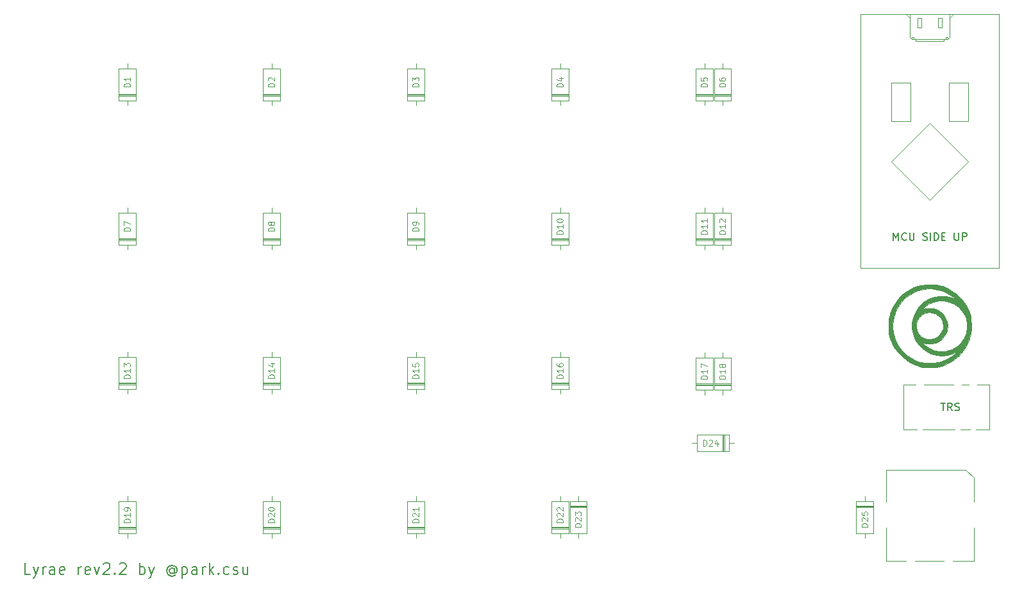
<source format=gto>
G04 #@! TF.GenerationSoftware,KiCad,Pcbnew,(5.1.10)-1*
G04 #@! TF.CreationDate,2021-08-14T10:17:03+09:00*
G04 #@! TF.ProjectId,Lyrae,4c797261-652e-46b6-9963-61645f706362,rev?*
G04 #@! TF.SameCoordinates,Original*
G04 #@! TF.FileFunction,Legend,Top*
G04 #@! TF.FilePolarity,Positive*
%FSLAX46Y46*%
G04 Gerber Fmt 4.6, Leading zero omitted, Abs format (unit mm)*
G04 Created by KiCad (PCBNEW (5.1.10)-1) date 2021-08-14 10:17:04*
%MOMM*%
%LPD*%
G01*
G04 APERTURE LIST*
%ADD10C,0.150000*%
%ADD11C,0.120000*%
%ADD12C,0.010000*%
%ADD13C,0.902000*%
%ADD14O,1.902000X1.302000*%
%ADD15C,2.302000*%
%ADD16C,1.626000*%
%ADD17C,2.352000*%
%ADD18C,1.852000*%
%ADD19C,4.089800*%
%ADD20C,3.150000*%
%ADD21C,2.202000*%
%ADD22C,2.102000*%
%ADD23O,1.702000X1.702000*%
G04 APERTURE END LIST*
D10*
X81512283Y-133243098D02*
X80797997Y-133243098D01*
X80797997Y-131743098D01*
X81869425Y-132243098D02*
X82226568Y-133243098D01*
X82583711Y-132243098D02*
X82226568Y-133243098D01*
X82083711Y-133600241D01*
X82012283Y-133671669D01*
X81869425Y-133743098D01*
X83155140Y-133243098D02*
X83155140Y-132243098D01*
X83155140Y-132528812D02*
X83226568Y-132385955D01*
X83297997Y-132314527D01*
X83440854Y-132243098D01*
X83583711Y-132243098D01*
X84726568Y-133243098D02*
X84726568Y-132457384D01*
X84655140Y-132314527D01*
X84512283Y-132243098D01*
X84226568Y-132243098D01*
X84083711Y-132314527D01*
X84726568Y-133171669D02*
X84583711Y-133243098D01*
X84226568Y-133243098D01*
X84083711Y-133171669D01*
X84012283Y-133028812D01*
X84012283Y-132885955D01*
X84083711Y-132743098D01*
X84226568Y-132671669D01*
X84583711Y-132671669D01*
X84726568Y-132600241D01*
X86012283Y-133171669D02*
X85869425Y-133243098D01*
X85583711Y-133243098D01*
X85440854Y-133171669D01*
X85369425Y-133028812D01*
X85369425Y-132457384D01*
X85440854Y-132314527D01*
X85583711Y-132243098D01*
X85869425Y-132243098D01*
X86012283Y-132314527D01*
X86083711Y-132457384D01*
X86083711Y-132600241D01*
X85369425Y-132743098D01*
X87869425Y-133243098D02*
X87869425Y-132243098D01*
X87869425Y-132528812D02*
X87940854Y-132385955D01*
X88012283Y-132314527D01*
X88155140Y-132243098D01*
X88297997Y-132243098D01*
X89369425Y-133171669D02*
X89226568Y-133243098D01*
X88940854Y-133243098D01*
X88797997Y-133171669D01*
X88726568Y-133028812D01*
X88726568Y-132457384D01*
X88797997Y-132314527D01*
X88940854Y-132243098D01*
X89226568Y-132243098D01*
X89369425Y-132314527D01*
X89440854Y-132457384D01*
X89440854Y-132600241D01*
X88726568Y-132743098D01*
X89940854Y-132243098D02*
X90297997Y-133243098D01*
X90655140Y-132243098D01*
X91155140Y-131885955D02*
X91226568Y-131814527D01*
X91369425Y-131743098D01*
X91726568Y-131743098D01*
X91869425Y-131814527D01*
X91940854Y-131885955D01*
X92012283Y-132028812D01*
X92012283Y-132171669D01*
X91940854Y-132385955D01*
X91083711Y-133243098D01*
X92012283Y-133243098D01*
X92655140Y-133100241D02*
X92726568Y-133171669D01*
X92655140Y-133243098D01*
X92583711Y-133171669D01*
X92655140Y-133100241D01*
X92655140Y-133243098D01*
X93297997Y-131885955D02*
X93369425Y-131814527D01*
X93512283Y-131743098D01*
X93869425Y-131743098D01*
X94012283Y-131814527D01*
X94083711Y-131885955D01*
X94155140Y-132028812D01*
X94155140Y-132171669D01*
X94083711Y-132385955D01*
X93226568Y-133243098D01*
X94155140Y-133243098D01*
X95940854Y-133243098D02*
X95940854Y-131743098D01*
X95940854Y-132314527D02*
X96083711Y-132243098D01*
X96369425Y-132243098D01*
X96512283Y-132314527D01*
X96583711Y-132385955D01*
X96655140Y-132528812D01*
X96655140Y-132957384D01*
X96583711Y-133100241D01*
X96512283Y-133171669D01*
X96369425Y-133243098D01*
X96083711Y-133243098D01*
X95940854Y-133171669D01*
X97155140Y-132243098D02*
X97512283Y-133243098D01*
X97869425Y-132243098D02*
X97512283Y-133243098D01*
X97369425Y-133600241D01*
X97297997Y-133671669D01*
X97155140Y-133743098D01*
X100512283Y-132528812D02*
X100440854Y-132457384D01*
X100297997Y-132385955D01*
X100155140Y-132385955D01*
X100012283Y-132457384D01*
X99940854Y-132528812D01*
X99869425Y-132671669D01*
X99869425Y-132814527D01*
X99940854Y-132957384D01*
X100012283Y-133028812D01*
X100155140Y-133100241D01*
X100297997Y-133100241D01*
X100440854Y-133028812D01*
X100512283Y-132957384D01*
X100512283Y-132385955D02*
X100512283Y-132957384D01*
X100583711Y-133028812D01*
X100655140Y-133028812D01*
X100797997Y-132957384D01*
X100869425Y-132814527D01*
X100869425Y-132457384D01*
X100726568Y-132243098D01*
X100512283Y-132100241D01*
X100226568Y-132028812D01*
X99940854Y-132100241D01*
X99726568Y-132243098D01*
X99583711Y-132457384D01*
X99512283Y-132743098D01*
X99583711Y-133028812D01*
X99726568Y-133243098D01*
X99940854Y-133385955D01*
X100226568Y-133457384D01*
X100512283Y-133385955D01*
X100726568Y-133243098D01*
X101512283Y-132243098D02*
X101512283Y-133743098D01*
X101512283Y-132314527D02*
X101655140Y-132243098D01*
X101940854Y-132243098D01*
X102083711Y-132314527D01*
X102155140Y-132385955D01*
X102226568Y-132528812D01*
X102226568Y-132957384D01*
X102155140Y-133100241D01*
X102083711Y-133171669D01*
X101940854Y-133243098D01*
X101655140Y-133243098D01*
X101512283Y-133171669D01*
X103512283Y-133243098D02*
X103512283Y-132457384D01*
X103440854Y-132314527D01*
X103297997Y-132243098D01*
X103012283Y-132243098D01*
X102869425Y-132314527D01*
X103512283Y-133171669D02*
X103369425Y-133243098D01*
X103012283Y-133243098D01*
X102869425Y-133171669D01*
X102797997Y-133028812D01*
X102797997Y-132885955D01*
X102869425Y-132743098D01*
X103012283Y-132671669D01*
X103369425Y-132671669D01*
X103512283Y-132600241D01*
X104226568Y-133243098D02*
X104226568Y-132243098D01*
X104226568Y-132528812D02*
X104297997Y-132385955D01*
X104369425Y-132314527D01*
X104512283Y-132243098D01*
X104655140Y-132243098D01*
X105155140Y-133243098D02*
X105155140Y-131743098D01*
X105297997Y-132671669D02*
X105726568Y-133243098D01*
X105726568Y-132243098D02*
X105155140Y-132814527D01*
X106369425Y-133100241D02*
X106440854Y-133171669D01*
X106369425Y-133243098D01*
X106297997Y-133171669D01*
X106369425Y-133100241D01*
X106369425Y-133243098D01*
X107726568Y-133171669D02*
X107583711Y-133243098D01*
X107297997Y-133243098D01*
X107155140Y-133171669D01*
X107083711Y-133100241D01*
X107012283Y-132957384D01*
X107012283Y-132528812D01*
X107083711Y-132385955D01*
X107155140Y-132314527D01*
X107297997Y-132243098D01*
X107583711Y-132243098D01*
X107726568Y-132314527D01*
X108297997Y-133171669D02*
X108440854Y-133243098D01*
X108726568Y-133243098D01*
X108869425Y-133171669D01*
X108940854Y-133028812D01*
X108940854Y-132957384D01*
X108869425Y-132814527D01*
X108726568Y-132743098D01*
X108512283Y-132743098D01*
X108369425Y-132671669D01*
X108297997Y-132528812D01*
X108297997Y-132457384D01*
X108369425Y-132314527D01*
X108512283Y-132243098D01*
X108726568Y-132243098D01*
X108869425Y-132314527D01*
X110226568Y-132243098D02*
X110226568Y-133243098D01*
X109583711Y-132243098D02*
X109583711Y-133028812D01*
X109655140Y-133171669D01*
X109797997Y-133243098D01*
X110012283Y-133243098D01*
X110155140Y-133171669D01*
X110226568Y-133100241D01*
D11*
X196812763Y-108133187D02*
X196812763Y-114133187D01*
X208112763Y-114133187D02*
X208112763Y-108133187D01*
X208112763Y-108133187D02*
X196812763Y-108133187D01*
X196812763Y-114133187D02*
X208112763Y-114133187D01*
D12*
G36*
X201202742Y-94996437D02*
G01*
X201790980Y-95109696D01*
X201938179Y-95154038D01*
X202817745Y-95526122D01*
X203595574Y-96025506D01*
X203761840Y-96159155D01*
X204368798Y-96730127D01*
X204850111Y-97336144D01*
X205239866Y-98025500D01*
X205480545Y-98594236D01*
X205588530Y-98892335D01*
X205661528Y-99143129D01*
X205706471Y-99393889D01*
X205730293Y-99691886D01*
X205739927Y-100084393D01*
X205741749Y-100375184D01*
X205739854Y-100850944D01*
X205726301Y-101205538D01*
X205694758Y-101487049D01*
X205638893Y-101743558D01*
X205552374Y-102023150D01*
X205507713Y-102152371D01*
X205181812Y-102928239D01*
X204778045Y-103594955D01*
X204263032Y-104206756D01*
X204209572Y-104261495D01*
X203598735Y-104806456D01*
X202947134Y-105230855D01*
X202195886Y-105572412D01*
X202116622Y-105602132D01*
X201754030Y-105725470D01*
X201429997Y-105805413D01*
X201081129Y-105853023D01*
X200644031Y-105879359D01*
X200498846Y-105884376D01*
X200078991Y-105889723D01*
X199685894Y-105881176D01*
X199372330Y-105860576D01*
X199228846Y-105840063D01*
X198296738Y-105554691D01*
X197441739Y-105124749D01*
X196677863Y-104562806D01*
X196019124Y-103881431D01*
X195479537Y-103093193D01*
X195073115Y-102210661D01*
X195023700Y-102068517D01*
X194892724Y-101514999D01*
X194822726Y-100863147D01*
X194817245Y-100442851D01*
X195377764Y-100442851D01*
X195460717Y-101320917D01*
X195696690Y-102156383D01*
X196071849Y-102931648D01*
X196572363Y-103629109D01*
X197184401Y-104231165D01*
X197894131Y-104720214D01*
X198687722Y-105078652D01*
X199120217Y-105205477D01*
X199632866Y-105286671D01*
X200231738Y-105315070D01*
X200842240Y-105290911D01*
X201389781Y-105214433D01*
X201463782Y-105198014D01*
X202005052Y-105023996D01*
X202577548Y-104762640D01*
X203110041Y-104450056D01*
X203462179Y-104184928D01*
X203800846Y-103890529D01*
X203415865Y-104055383D01*
X202662091Y-104293216D01*
X201907376Y-104374126D01*
X201169037Y-104309537D01*
X200464394Y-104110872D01*
X199810764Y-103789553D01*
X199225464Y-103357005D01*
X198725812Y-102824651D01*
X198633021Y-102679449D01*
X199374644Y-102679449D01*
X199416808Y-102775634D01*
X199570821Y-102920163D01*
X200211288Y-103357618D01*
X200897200Y-103647493D01*
X201606677Y-103783951D01*
X202317841Y-103761156D01*
X202555518Y-103716233D01*
X203242777Y-103473800D01*
X203869033Y-103088772D01*
X204404654Y-102584693D01*
X204820008Y-101985107D01*
X204879174Y-101869959D01*
X205004354Y-101601290D01*
X205084509Y-101379142D01*
X205129626Y-101150881D01*
X205149693Y-100863867D01*
X205154696Y-100465465D01*
X205154752Y-100417517D01*
X205150214Y-99994553D01*
X205130244Y-99689508D01*
X205086363Y-99451108D01*
X205010094Y-99228081D01*
X204927193Y-99041460D01*
X204542097Y-98403146D01*
X204052585Y-97881947D01*
X203480409Y-97483273D01*
X202847321Y-97212531D01*
X202175074Y-97075131D01*
X201485419Y-97076482D01*
X200800110Y-97221993D01*
X200140899Y-97517071D01*
X199776637Y-97760746D01*
X199512980Y-97975552D01*
X199381288Y-98115089D01*
X199384579Y-98173895D01*
X199525867Y-98146509D01*
X199573024Y-98129421D01*
X199890031Y-98063207D01*
X200296015Y-98052459D01*
X200720775Y-98094874D01*
X201066559Y-98178446D01*
X201581490Y-98438737D01*
X202010681Y-98822734D01*
X202338308Y-99299920D01*
X202548547Y-99839774D01*
X202625574Y-100411778D01*
X202553565Y-100985413D01*
X202542488Y-101025000D01*
X202305562Y-101571645D01*
X201951200Y-102036339D01*
X201506254Y-102402878D01*
X200997578Y-102655056D01*
X200452026Y-102776666D01*
X199896451Y-102751505D01*
X199741175Y-102715517D01*
X199482297Y-102659974D01*
X199374644Y-102679449D01*
X198633021Y-102679449D01*
X198329127Y-102203913D01*
X198052726Y-101506216D01*
X197913927Y-100742982D01*
X197900813Y-100417517D01*
X197929704Y-100123976D01*
X198518912Y-100123976D01*
X198522840Y-100489190D01*
X198523673Y-100504198D01*
X198607871Y-101035022D01*
X198803578Y-101451158D01*
X199126574Y-101777598D01*
X199451451Y-101973444D01*
X199929089Y-102150873D01*
X200394503Y-102184014D01*
X200824921Y-102104030D01*
X201207233Y-101918318D01*
X201553583Y-101606323D01*
X201832550Y-101211039D01*
X202012714Y-100775456D01*
X202064707Y-100407694D01*
X201984204Y-99902466D01*
X201762032Y-99450080D01*
X201423524Y-99075375D01*
X200994014Y-98803192D01*
X200498834Y-98658369D01*
X200263293Y-98641376D01*
X199710282Y-98713835D01*
X199239057Y-98933188D01*
X198858220Y-99294255D01*
X198661499Y-99605841D01*
X198561587Y-99852629D01*
X198518912Y-100123976D01*
X197929704Y-100123976D01*
X197978657Y-99626605D01*
X198200856Y-98898336D01*
X198550411Y-98243984D01*
X199010323Y-97674826D01*
X199563591Y-97202137D01*
X200193218Y-96837193D01*
X200882203Y-96591269D01*
X201613547Y-96475642D01*
X202370251Y-96501586D01*
X203135315Y-96680379D01*
X203390305Y-96776325D01*
X203800846Y-96946294D01*
X203462179Y-96651001D01*
X202812185Y-96189115D01*
X202061113Y-95835185D01*
X201249149Y-95603792D01*
X200416477Y-95509519D01*
X200312513Y-95508102D01*
X199397941Y-95587316D01*
X198534085Y-95825250D01*
X197733932Y-96216576D01*
X197010469Y-96755970D01*
X196812926Y-96943264D01*
X196230723Y-97641534D01*
X195795010Y-98420338D01*
X195511113Y-99266690D01*
X195384360Y-100167602D01*
X195377764Y-100442851D01*
X194817245Y-100442851D01*
X194813720Y-100172604D01*
X194865718Y-99503011D01*
X194978732Y-98914013D01*
X195023013Y-98766517D01*
X195408860Y-97864596D01*
X195930639Y-97057145D01*
X196576435Y-96356078D01*
X197334331Y-95773311D01*
X198192414Y-95320758D01*
X198636179Y-95153351D01*
X199190575Y-95022605D01*
X199842897Y-94952879D01*
X200533500Y-94944160D01*
X201202742Y-94996437D01*
G37*
X201202742Y-94996437D02*
X201790980Y-95109696D01*
X201938179Y-95154038D01*
X202817745Y-95526122D01*
X203595574Y-96025506D01*
X203761840Y-96159155D01*
X204368798Y-96730127D01*
X204850111Y-97336144D01*
X205239866Y-98025500D01*
X205480545Y-98594236D01*
X205588530Y-98892335D01*
X205661528Y-99143129D01*
X205706471Y-99393889D01*
X205730293Y-99691886D01*
X205739927Y-100084393D01*
X205741749Y-100375184D01*
X205739854Y-100850944D01*
X205726301Y-101205538D01*
X205694758Y-101487049D01*
X205638893Y-101743558D01*
X205552374Y-102023150D01*
X205507713Y-102152371D01*
X205181812Y-102928239D01*
X204778045Y-103594955D01*
X204263032Y-104206756D01*
X204209572Y-104261495D01*
X203598735Y-104806456D01*
X202947134Y-105230855D01*
X202195886Y-105572412D01*
X202116622Y-105602132D01*
X201754030Y-105725470D01*
X201429997Y-105805413D01*
X201081129Y-105853023D01*
X200644031Y-105879359D01*
X200498846Y-105884376D01*
X200078991Y-105889723D01*
X199685894Y-105881176D01*
X199372330Y-105860576D01*
X199228846Y-105840063D01*
X198296738Y-105554691D01*
X197441739Y-105124749D01*
X196677863Y-104562806D01*
X196019124Y-103881431D01*
X195479537Y-103093193D01*
X195073115Y-102210661D01*
X195023700Y-102068517D01*
X194892724Y-101514999D01*
X194822726Y-100863147D01*
X194817245Y-100442851D01*
X195377764Y-100442851D01*
X195460717Y-101320917D01*
X195696690Y-102156383D01*
X196071849Y-102931648D01*
X196572363Y-103629109D01*
X197184401Y-104231165D01*
X197894131Y-104720214D01*
X198687722Y-105078652D01*
X199120217Y-105205477D01*
X199632866Y-105286671D01*
X200231738Y-105315070D01*
X200842240Y-105290911D01*
X201389781Y-105214433D01*
X201463782Y-105198014D01*
X202005052Y-105023996D01*
X202577548Y-104762640D01*
X203110041Y-104450056D01*
X203462179Y-104184928D01*
X203800846Y-103890529D01*
X203415865Y-104055383D01*
X202662091Y-104293216D01*
X201907376Y-104374126D01*
X201169037Y-104309537D01*
X200464394Y-104110872D01*
X199810764Y-103789553D01*
X199225464Y-103357005D01*
X198725812Y-102824651D01*
X198633021Y-102679449D01*
X199374644Y-102679449D01*
X199416808Y-102775634D01*
X199570821Y-102920163D01*
X200211288Y-103357618D01*
X200897200Y-103647493D01*
X201606677Y-103783951D01*
X202317841Y-103761156D01*
X202555518Y-103716233D01*
X203242777Y-103473800D01*
X203869033Y-103088772D01*
X204404654Y-102584693D01*
X204820008Y-101985107D01*
X204879174Y-101869959D01*
X205004354Y-101601290D01*
X205084509Y-101379142D01*
X205129626Y-101150881D01*
X205149693Y-100863867D01*
X205154696Y-100465465D01*
X205154752Y-100417517D01*
X205150214Y-99994553D01*
X205130244Y-99689508D01*
X205086363Y-99451108D01*
X205010094Y-99228081D01*
X204927193Y-99041460D01*
X204542097Y-98403146D01*
X204052585Y-97881947D01*
X203480409Y-97483273D01*
X202847321Y-97212531D01*
X202175074Y-97075131D01*
X201485419Y-97076482D01*
X200800110Y-97221993D01*
X200140899Y-97517071D01*
X199776637Y-97760746D01*
X199512980Y-97975552D01*
X199381288Y-98115089D01*
X199384579Y-98173895D01*
X199525867Y-98146509D01*
X199573024Y-98129421D01*
X199890031Y-98063207D01*
X200296015Y-98052459D01*
X200720775Y-98094874D01*
X201066559Y-98178446D01*
X201581490Y-98438737D01*
X202010681Y-98822734D01*
X202338308Y-99299920D01*
X202548547Y-99839774D01*
X202625574Y-100411778D01*
X202553565Y-100985413D01*
X202542488Y-101025000D01*
X202305562Y-101571645D01*
X201951200Y-102036339D01*
X201506254Y-102402878D01*
X200997578Y-102655056D01*
X200452026Y-102776666D01*
X199896451Y-102751505D01*
X199741175Y-102715517D01*
X199482297Y-102659974D01*
X199374644Y-102679449D01*
X198633021Y-102679449D01*
X198329127Y-102203913D01*
X198052726Y-101506216D01*
X197913927Y-100742982D01*
X197900813Y-100417517D01*
X197929704Y-100123976D01*
X198518912Y-100123976D01*
X198522840Y-100489190D01*
X198523673Y-100504198D01*
X198607871Y-101035022D01*
X198803578Y-101451158D01*
X199126574Y-101777598D01*
X199451451Y-101973444D01*
X199929089Y-102150873D01*
X200394503Y-102184014D01*
X200824921Y-102104030D01*
X201207233Y-101918318D01*
X201553583Y-101606323D01*
X201832550Y-101211039D01*
X202012714Y-100775456D01*
X202064707Y-100407694D01*
X201984204Y-99902466D01*
X201762032Y-99450080D01*
X201423524Y-99075375D01*
X200994014Y-98803192D01*
X200498834Y-98658369D01*
X200263293Y-98641376D01*
X199710282Y-98713835D01*
X199239057Y-98933188D01*
X198858220Y-99294255D01*
X198661499Y-99605841D01*
X198561587Y-99852629D01*
X198518912Y-100123976D01*
X197929704Y-100123976D01*
X197978657Y-99626605D01*
X198200856Y-98898336D01*
X198550411Y-98243984D01*
X199010323Y-97674826D01*
X199563591Y-97202137D01*
X200193218Y-96837193D01*
X200882203Y-96591269D01*
X201613547Y-96475642D01*
X202370251Y-96501586D01*
X203135315Y-96680379D01*
X203390305Y-96776325D01*
X203800846Y-96946294D01*
X203462179Y-96651001D01*
X202812185Y-96189115D01*
X202061113Y-95835185D01*
X201249149Y-95603792D01*
X200416477Y-95509519D01*
X200312513Y-95508102D01*
X199397941Y-95587316D01*
X198534085Y-95825250D01*
X197733932Y-96216576D01*
X197010469Y-96755970D01*
X196812926Y-96943264D01*
X196230723Y-97641534D01*
X195795010Y-98420338D01*
X195511113Y-99266690D01*
X195384360Y-100167602D01*
X195377764Y-100442851D01*
X194817245Y-100442851D01*
X194813720Y-100172604D01*
X194865718Y-99503011D01*
X194978732Y-98914013D01*
X195023013Y-98766517D01*
X195408860Y-97864596D01*
X195930639Y-97057145D01*
X196576435Y-96356078D01*
X197334331Y-95773311D01*
X198192414Y-95320758D01*
X198636179Y-95153351D01*
X199190575Y-95022605D01*
X199842897Y-94952879D01*
X200533500Y-94944160D01*
X201202742Y-94996437D01*
D11*
X199162162Y-60995550D02*
X199162162Y-59745617D01*
X201412095Y-59745617D02*
X201911966Y-59745617D01*
X195202048Y-73405482D02*
X195202048Y-68325483D01*
X197162167Y-59245491D02*
X197662039Y-59745617D01*
X198662037Y-59745617D02*
X198662037Y-60995550D01*
X201911966Y-59745617D02*
X201911966Y-60995550D01*
X201412095Y-60995550D02*
X201412095Y-59745617D01*
X202911964Y-62245485D02*
X202911964Y-59245491D01*
X199162162Y-59745617D02*
X198662037Y-59745617D01*
X201911966Y-60995550D02*
X201412095Y-60995550D01*
X197911974Y-62495421D02*
X197911974Y-62245485D01*
X209412079Y-92745550D02*
X191162179Y-92745550D01*
X197911974Y-62245485D02*
X198162165Y-62245485D01*
X198162165Y-62245485D02*
X198162165Y-62495421D01*
X202662029Y-62495421D02*
X202911964Y-62245485D01*
X197742049Y-73405482D02*
X195202048Y-73405482D01*
X209412079Y-59245491D02*
X209412079Y-92745550D01*
X197662039Y-62245485D02*
X197911974Y-62495421D01*
X197911974Y-62495421D02*
X202662029Y-62495421D01*
X202911964Y-59745617D02*
X203412090Y-59245491D01*
X191162179Y-59245491D02*
X209412079Y-59245491D01*
X191162179Y-92745550D02*
X191162179Y-59245491D01*
X197662039Y-59245491D02*
X197662039Y-62245485D01*
X198662037Y-60995550D02*
X199162162Y-60995550D01*
X200282048Y-73585490D02*
X205362049Y-78665491D01*
X200282048Y-83745491D02*
X195202048Y-78665491D01*
X202162156Y-62745611D02*
X202162156Y-62495421D01*
X198412100Y-62495421D02*
X198412100Y-62745611D01*
X205362049Y-68325483D02*
X205362049Y-73405482D01*
X202662029Y-62245485D02*
X202662029Y-62495421D01*
X205362049Y-73405482D02*
X202822049Y-73405482D01*
X195202048Y-78665491D02*
X200282048Y-73585490D01*
X202822049Y-68325483D02*
X205362049Y-68325483D01*
X205362049Y-78665491D02*
X200282048Y-83745491D01*
X198412100Y-62745611D02*
X202162156Y-62745611D01*
X202412093Y-62245485D02*
X202662029Y-62245485D01*
X202822049Y-73405482D02*
X202822049Y-68325483D01*
X202412093Y-62495421D02*
X202412093Y-62245485D01*
X195202048Y-68325483D02*
X197742049Y-68325483D01*
X197742049Y-68325483D02*
X197742049Y-73405482D01*
X194499187Y-131429747D02*
X194499187Y-119429747D01*
X206099187Y-131429747D02*
X194499187Y-131429747D01*
X204999187Y-119429747D02*
X206099187Y-120429747D01*
X194499187Y-119429747D02*
X204999187Y-119429747D01*
X206099187Y-120429747D02*
X206099187Y-131429747D01*
X190571430Y-124258857D02*
X192811430Y-124258857D01*
X190571430Y-124378857D02*
X192811430Y-124378857D01*
X190571430Y-124138857D02*
X192811430Y-124138857D01*
X190571430Y-123538857D02*
X190571430Y-127778857D01*
X192811430Y-123538857D02*
X190571430Y-123538857D01*
X192811430Y-127778857D02*
X192811430Y-123538857D01*
X190571430Y-127778857D02*
X192811430Y-127778857D01*
X191691430Y-122888857D02*
X191691430Y-123538857D01*
X191691430Y-128428857D02*
X191691430Y-127778857D01*
X173040500Y-114775467D02*
X173040500Y-117015467D01*
X172920500Y-114775467D02*
X172920500Y-117015467D01*
X173160500Y-114775467D02*
X173160500Y-117015467D01*
X173760500Y-114775467D02*
X169520500Y-114775467D01*
X173760500Y-117015467D02*
X173760500Y-114775467D01*
X169520500Y-117015467D02*
X173760500Y-117015467D01*
X169520500Y-114775467D02*
X169520500Y-117015467D01*
X174410500Y-115895467D02*
X173760500Y-115895467D01*
X168870500Y-115895467D02*
X169520500Y-115895467D01*
X152732828Y-124258592D02*
X154972828Y-124258592D01*
X152732828Y-124378592D02*
X154972828Y-124378592D01*
X152732828Y-124138592D02*
X154972828Y-124138592D01*
X152732828Y-123538592D02*
X152732828Y-127778592D01*
X154972828Y-123538592D02*
X152732828Y-123538592D01*
X154972828Y-127778592D02*
X154972828Y-123538592D01*
X152732828Y-127778592D02*
X154972828Y-127778592D01*
X153852828Y-122888592D02*
X153852828Y-123538592D01*
X153852828Y-128428592D02*
X153852828Y-127778592D01*
X152591578Y-127058656D02*
X150351578Y-127058656D01*
X152591578Y-126938656D02*
X150351578Y-126938656D01*
X152591578Y-127178656D02*
X150351578Y-127178656D01*
X152591578Y-127778656D02*
X152591578Y-123538656D01*
X150351578Y-127778656D02*
X152591578Y-127778656D01*
X150351578Y-123538656D02*
X150351578Y-127778656D01*
X152591578Y-123538656D02*
X150351578Y-123538656D01*
X151471578Y-128428656D02*
X151471578Y-127778656D01*
X151471578Y-122888656D02*
X151471578Y-123538656D01*
X133541578Y-127058656D02*
X131301578Y-127058656D01*
X133541578Y-126938656D02*
X131301578Y-126938656D01*
X133541578Y-127178656D02*
X131301578Y-127178656D01*
X133541578Y-127778656D02*
X133541578Y-123538656D01*
X131301578Y-127778656D02*
X133541578Y-127778656D01*
X131301578Y-123538656D02*
X131301578Y-127778656D01*
X133541578Y-123538656D02*
X131301578Y-123538656D01*
X132421578Y-128428656D02*
X132421578Y-127778656D01*
X132421578Y-122888656D02*
X132421578Y-123538656D01*
X114491578Y-127058656D02*
X112251578Y-127058656D01*
X114491578Y-126938656D02*
X112251578Y-126938656D01*
X114491578Y-127178656D02*
X112251578Y-127178656D01*
X114491578Y-127778656D02*
X114491578Y-123538656D01*
X112251578Y-127778656D02*
X114491578Y-127778656D01*
X112251578Y-123538656D02*
X112251578Y-127778656D01*
X114491578Y-123538656D02*
X112251578Y-123538656D01*
X113371578Y-128428656D02*
X113371578Y-127778656D01*
X113371578Y-122888656D02*
X113371578Y-123538656D01*
X95441578Y-127058656D02*
X93201578Y-127058656D01*
X95441578Y-126938656D02*
X93201578Y-126938656D01*
X95441578Y-127178656D02*
X93201578Y-127178656D01*
X95441578Y-127778656D02*
X95441578Y-123538656D01*
X93201578Y-127778656D02*
X95441578Y-127778656D01*
X93201578Y-123538656D02*
X93201578Y-127778656D01*
X95441578Y-123538656D02*
X93201578Y-123538656D01*
X94321578Y-128428656D02*
X94321578Y-127778656D01*
X94321578Y-122888656D02*
X94321578Y-123538656D01*
X174022781Y-108127722D02*
X171782781Y-108127722D01*
X174022781Y-108007722D02*
X171782781Y-108007722D01*
X174022781Y-108247722D02*
X171782781Y-108247722D01*
X174022781Y-108847722D02*
X174022781Y-104607722D01*
X171782781Y-108847722D02*
X174022781Y-108847722D01*
X171782781Y-104607722D02*
X171782781Y-108847722D01*
X174022781Y-104607722D02*
X171782781Y-104607722D01*
X172902781Y-109497722D02*
X172902781Y-108847722D01*
X172902781Y-103957722D02*
X172902781Y-104607722D01*
X171641529Y-108127722D02*
X169401529Y-108127722D01*
X171641529Y-108007722D02*
X169401529Y-108007722D01*
X171641529Y-108247722D02*
X169401529Y-108247722D01*
X171641529Y-108847722D02*
X171641529Y-104607722D01*
X169401529Y-108847722D02*
X171641529Y-108847722D01*
X169401529Y-104607722D02*
X169401529Y-108847722D01*
X171641529Y-104607722D02*
X169401529Y-104607722D01*
X170521529Y-109497722D02*
X170521529Y-108847722D01*
X170521529Y-103957722D02*
X170521529Y-104607722D01*
X152591578Y-108008656D02*
X150351578Y-108008656D01*
X152591578Y-107888656D02*
X150351578Y-107888656D01*
X152591578Y-108128656D02*
X150351578Y-108128656D01*
X152591578Y-108728656D02*
X152591578Y-104488656D01*
X150351578Y-108728656D02*
X152591578Y-108728656D01*
X150351578Y-104488656D02*
X150351578Y-108728656D01*
X152591578Y-104488656D02*
X150351578Y-104488656D01*
X151471578Y-109378656D02*
X151471578Y-108728656D01*
X151471578Y-103838656D02*
X151471578Y-104488656D01*
X133541578Y-108008656D02*
X131301578Y-108008656D01*
X133541578Y-107888656D02*
X131301578Y-107888656D01*
X133541578Y-108128656D02*
X131301578Y-108128656D01*
X133541578Y-108728656D02*
X133541578Y-104488656D01*
X131301578Y-108728656D02*
X133541578Y-108728656D01*
X131301578Y-104488656D02*
X131301578Y-108728656D01*
X133541578Y-104488656D02*
X131301578Y-104488656D01*
X132421578Y-109378656D02*
X132421578Y-108728656D01*
X132421578Y-103838656D02*
X132421578Y-104488656D01*
X114491578Y-108008656D02*
X112251578Y-108008656D01*
X114491578Y-107888656D02*
X112251578Y-107888656D01*
X114491578Y-108128656D02*
X112251578Y-108128656D01*
X114491578Y-108728656D02*
X114491578Y-104488656D01*
X112251578Y-108728656D02*
X114491578Y-108728656D01*
X112251578Y-104488656D02*
X112251578Y-108728656D01*
X114491578Y-104488656D02*
X112251578Y-104488656D01*
X113371578Y-109378656D02*
X113371578Y-108728656D01*
X113371578Y-103838656D02*
X113371578Y-104488656D01*
X95441578Y-108008656D02*
X93201578Y-108008656D01*
X95441578Y-107888656D02*
X93201578Y-107888656D01*
X95441578Y-108128656D02*
X93201578Y-108128656D01*
X95441578Y-108728656D02*
X95441578Y-104488656D01*
X93201578Y-108728656D02*
X95441578Y-108728656D01*
X93201578Y-104488656D02*
X93201578Y-108728656D01*
X95441578Y-104488656D02*
X93201578Y-104488656D01*
X94321578Y-109378656D02*
X94321578Y-108728656D01*
X94321578Y-103838656D02*
X94321578Y-104488656D01*
X174022828Y-88958656D02*
X171782828Y-88958656D01*
X174022828Y-88838656D02*
X171782828Y-88838656D01*
X174022828Y-89078656D02*
X171782828Y-89078656D01*
X174022828Y-89678656D02*
X174022828Y-85438656D01*
X171782828Y-89678656D02*
X174022828Y-89678656D01*
X171782828Y-85438656D02*
X171782828Y-89678656D01*
X174022828Y-85438656D02*
X171782828Y-85438656D01*
X172902828Y-90328656D02*
X172902828Y-89678656D01*
X172902828Y-84788656D02*
X172902828Y-85438656D01*
X171641578Y-88958656D02*
X169401578Y-88958656D01*
X171641578Y-88838656D02*
X169401578Y-88838656D01*
X171641578Y-89078656D02*
X169401578Y-89078656D01*
X171641578Y-89678656D02*
X171641578Y-85438656D01*
X169401578Y-89678656D02*
X171641578Y-89678656D01*
X169401578Y-85438656D02*
X169401578Y-89678656D01*
X171641578Y-85438656D02*
X169401578Y-85438656D01*
X170521578Y-90328656D02*
X170521578Y-89678656D01*
X170521578Y-84788656D02*
X170521578Y-85438656D01*
X152591578Y-88958656D02*
X150351578Y-88958656D01*
X152591578Y-88838656D02*
X150351578Y-88838656D01*
X152591578Y-89078656D02*
X150351578Y-89078656D01*
X152591578Y-89678656D02*
X152591578Y-85438656D01*
X150351578Y-89678656D02*
X152591578Y-89678656D01*
X150351578Y-85438656D02*
X150351578Y-89678656D01*
X152591578Y-85438656D02*
X150351578Y-85438656D01*
X151471578Y-90328656D02*
X151471578Y-89678656D01*
X151471578Y-84788656D02*
X151471578Y-85438656D01*
X133541578Y-88958656D02*
X131301578Y-88958656D01*
X133541578Y-88838656D02*
X131301578Y-88838656D01*
X133541578Y-89078656D02*
X131301578Y-89078656D01*
X133541578Y-89678656D02*
X133541578Y-85438656D01*
X131301578Y-89678656D02*
X133541578Y-89678656D01*
X131301578Y-85438656D02*
X131301578Y-89678656D01*
X133541578Y-85438656D02*
X131301578Y-85438656D01*
X132421578Y-90328656D02*
X132421578Y-89678656D01*
X132421578Y-84788656D02*
X132421578Y-85438656D01*
X114491576Y-88958656D02*
X112251576Y-88958656D01*
X114491576Y-88838656D02*
X112251576Y-88838656D01*
X114491576Y-89078656D02*
X112251576Y-89078656D01*
X114491576Y-89678656D02*
X114491576Y-85438656D01*
X112251576Y-89678656D02*
X114491576Y-89678656D01*
X112251576Y-85438656D02*
X112251576Y-89678656D01*
X114491576Y-85438656D02*
X112251576Y-85438656D01*
X113371576Y-90328656D02*
X113371576Y-89678656D01*
X113371576Y-84788656D02*
X113371576Y-85438656D01*
X95441578Y-88958656D02*
X93201578Y-88958656D01*
X95441578Y-88838656D02*
X93201578Y-88838656D01*
X95441578Y-89078656D02*
X93201578Y-89078656D01*
X95441578Y-89678656D02*
X95441578Y-85438656D01*
X93201578Y-89678656D02*
X95441578Y-89678656D01*
X93201578Y-85438656D02*
X93201578Y-89678656D01*
X95441578Y-85438656D02*
X93201578Y-85438656D01*
X94321578Y-90328656D02*
X94321578Y-89678656D01*
X94321578Y-84788656D02*
X94321578Y-85438656D01*
X174022828Y-69908656D02*
X171782828Y-69908656D01*
X174022828Y-69788656D02*
X171782828Y-69788656D01*
X174022828Y-70028656D02*
X171782828Y-70028656D01*
X174022828Y-70628656D02*
X174022828Y-66388656D01*
X171782828Y-70628656D02*
X174022828Y-70628656D01*
X171782828Y-66388656D02*
X171782828Y-70628656D01*
X174022828Y-66388656D02*
X171782828Y-66388656D01*
X172902828Y-71278656D02*
X172902828Y-70628656D01*
X172902828Y-65738656D02*
X172902828Y-66388656D01*
X171641578Y-69908656D02*
X169401578Y-69908656D01*
X171641578Y-69788656D02*
X169401578Y-69788656D01*
X171641578Y-70028656D02*
X169401578Y-70028656D01*
X171641578Y-70628656D02*
X171641578Y-66388656D01*
X169401578Y-70628656D02*
X171641578Y-70628656D01*
X169401578Y-66388656D02*
X169401578Y-70628656D01*
X171641578Y-66388656D02*
X169401578Y-66388656D01*
X170521578Y-71278656D02*
X170521578Y-70628656D01*
X170521578Y-65738656D02*
X170521578Y-66388656D01*
X152591578Y-69908656D02*
X150351578Y-69908656D01*
X152591578Y-69788656D02*
X150351578Y-69788656D01*
X152591578Y-70028656D02*
X150351578Y-70028656D01*
X152591578Y-70628656D02*
X152591578Y-66388656D01*
X150351578Y-70628656D02*
X152591578Y-70628656D01*
X150351578Y-66388656D02*
X150351578Y-70628656D01*
X152591578Y-66388656D02*
X150351578Y-66388656D01*
X151471578Y-71278656D02*
X151471578Y-70628656D01*
X151471578Y-65738656D02*
X151471578Y-66388656D01*
X133541578Y-69908656D02*
X131301578Y-69908656D01*
X133541578Y-69788656D02*
X131301578Y-69788656D01*
X133541578Y-70028656D02*
X131301578Y-70028656D01*
X133541578Y-70628656D02*
X133541578Y-66388656D01*
X131301578Y-70628656D02*
X133541578Y-70628656D01*
X131301578Y-66388656D02*
X131301578Y-70628656D01*
X133541578Y-66388656D02*
X131301578Y-66388656D01*
X132421578Y-71278656D02*
X132421578Y-70628656D01*
X132421578Y-65738656D02*
X132421578Y-66388656D01*
X114491576Y-69908656D02*
X112251576Y-69908656D01*
X114491576Y-69788656D02*
X112251576Y-69788656D01*
X114491576Y-70028656D02*
X112251576Y-70028656D01*
X114491576Y-70628656D02*
X114491576Y-66388656D01*
X112251576Y-70628656D02*
X114491576Y-70628656D01*
X112251576Y-66388656D02*
X112251576Y-70628656D01*
X114491576Y-66388656D02*
X112251576Y-66388656D01*
X113371576Y-71278656D02*
X113371576Y-70628656D01*
X113371576Y-65738656D02*
X113371576Y-66388656D01*
X95441578Y-69908656D02*
X93201578Y-69908656D01*
X95441578Y-69788656D02*
X93201578Y-69788656D01*
X95441578Y-70028656D02*
X93201578Y-70028656D01*
X95441578Y-70628656D02*
X95441578Y-66388656D01*
X93201578Y-70628656D02*
X95441578Y-70628656D01*
X93201578Y-66388656D02*
X93201578Y-70628656D01*
X95441578Y-66388656D02*
X93201578Y-66388656D01*
X94321578Y-71278656D02*
X94321578Y-70628656D01*
X94321578Y-65738656D02*
X94321578Y-66388656D01*
D10*
X201750858Y-110585567D02*
X202322286Y-110585567D01*
X202036572Y-111585567D02*
X202036572Y-110585567D01*
X203227048Y-111585567D02*
X202893715Y-111109377D01*
X202655620Y-111585567D02*
X202655620Y-110585567D01*
X203036572Y-110585567D01*
X203131810Y-110633187D01*
X203179429Y-110680806D01*
X203227048Y-110776044D01*
X203227048Y-110918901D01*
X203179429Y-111014139D01*
X203131810Y-111061758D01*
X203036572Y-111109377D01*
X202655620Y-111109377D01*
X203608001Y-111537948D02*
X203750858Y-111585567D01*
X203988953Y-111585567D01*
X204084191Y-111537948D01*
X204131810Y-111490329D01*
X204179429Y-111395091D01*
X204179429Y-111299853D01*
X204131810Y-111204615D01*
X204084191Y-111156996D01*
X203988953Y-111109377D01*
X203798477Y-111061758D01*
X203703239Y-111014139D01*
X203655620Y-110966520D01*
X203608001Y-110871282D01*
X203608001Y-110776044D01*
X203655620Y-110680806D01*
X203703239Y-110633187D01*
X203798477Y-110585567D01*
X204036572Y-110585567D01*
X204179429Y-110633187D01*
X195472655Y-89097871D02*
X195472655Y-88097871D01*
X195805988Y-88812157D01*
X196139321Y-88097871D01*
X196139321Y-89097871D01*
X197186940Y-89002633D02*
X197139321Y-89050252D01*
X196996464Y-89097871D01*
X196901226Y-89097871D01*
X196758369Y-89050252D01*
X196663131Y-88955014D01*
X196615512Y-88859776D01*
X196567893Y-88669300D01*
X196567893Y-88526443D01*
X196615512Y-88335967D01*
X196663131Y-88240729D01*
X196758369Y-88145491D01*
X196901226Y-88097871D01*
X196996464Y-88097871D01*
X197139321Y-88145491D01*
X197186940Y-88193110D01*
X197615512Y-88097871D02*
X197615512Y-88907395D01*
X197663131Y-89002633D01*
X197710750Y-89050252D01*
X197805988Y-89097871D01*
X197996464Y-89097871D01*
X198091702Y-89050252D01*
X198139321Y-89002633D01*
X198186940Y-88907395D01*
X198186940Y-88097871D01*
X199377417Y-89050252D02*
X199520274Y-89097871D01*
X199758369Y-89097871D01*
X199853607Y-89050252D01*
X199901226Y-89002633D01*
X199948845Y-88907395D01*
X199948845Y-88812157D01*
X199901226Y-88716919D01*
X199853607Y-88669300D01*
X199758369Y-88621681D01*
X199567893Y-88574062D01*
X199472655Y-88526443D01*
X199425036Y-88478824D01*
X199377417Y-88383586D01*
X199377417Y-88288348D01*
X199425036Y-88193110D01*
X199472655Y-88145491D01*
X199567893Y-88097871D01*
X199805988Y-88097871D01*
X199948845Y-88145491D01*
X200377417Y-89097871D02*
X200377417Y-88097871D01*
X200853607Y-89097871D02*
X200853607Y-88097871D01*
X201091702Y-88097871D01*
X201234559Y-88145491D01*
X201329798Y-88240729D01*
X201377417Y-88335967D01*
X201425036Y-88526443D01*
X201425036Y-88669300D01*
X201377417Y-88859776D01*
X201329798Y-88955014D01*
X201234559Y-89050252D01*
X201091702Y-89097871D01*
X200853607Y-89097871D01*
X201853607Y-88574062D02*
X202186940Y-88574062D01*
X202329798Y-89097871D02*
X201853607Y-89097871D01*
X201853607Y-88097871D01*
X202329798Y-88097871D01*
X203520274Y-88097871D02*
X203520274Y-88907395D01*
X203567893Y-89002633D01*
X203615512Y-89050252D01*
X203710750Y-89097871D01*
X203901226Y-89097871D01*
X203996464Y-89050252D01*
X204044083Y-89002633D01*
X204091702Y-88907395D01*
X204091702Y-88097871D01*
X204567893Y-89097871D02*
X204567893Y-88097871D01*
X204948845Y-88097871D01*
X205044083Y-88145491D01*
X205091702Y-88193110D01*
X205139321Y-88288348D01*
X205139321Y-88431205D01*
X205091702Y-88526443D01*
X205044083Y-88574062D01*
X204948845Y-88621681D01*
X204567893Y-88621681D01*
D11*
X192053334Y-126930285D02*
X191253334Y-126930285D01*
X191253334Y-126739809D01*
X191291430Y-126625523D01*
X191367620Y-126549333D01*
X191443810Y-126511237D01*
X191596191Y-126473142D01*
X191710477Y-126473142D01*
X191862858Y-126511237D01*
X191939049Y-126549333D01*
X192015239Y-126625523D01*
X192053334Y-126739809D01*
X192053334Y-126930285D01*
X191329525Y-126168380D02*
X191291430Y-126130285D01*
X191253334Y-126054095D01*
X191253334Y-125863618D01*
X191291430Y-125787428D01*
X191329525Y-125749333D01*
X191405715Y-125711237D01*
X191481906Y-125711237D01*
X191596191Y-125749333D01*
X192053334Y-126206476D01*
X192053334Y-125711237D01*
X191253334Y-124987428D02*
X191253334Y-125368380D01*
X191634287Y-125406476D01*
X191596191Y-125368380D01*
X191558096Y-125292190D01*
X191558096Y-125101714D01*
X191596191Y-125025523D01*
X191634287Y-124987428D01*
X191710477Y-124949333D01*
X191900953Y-124949333D01*
X191977144Y-124987428D01*
X192015239Y-125025523D01*
X192053334Y-125101714D01*
X192053334Y-125292190D01*
X192015239Y-125368380D01*
X191977144Y-125406476D01*
X170369071Y-116257371D02*
X170369071Y-115457371D01*
X170559547Y-115457371D01*
X170673833Y-115495467D01*
X170750023Y-115571657D01*
X170788119Y-115647847D01*
X170826214Y-115800228D01*
X170826214Y-115914514D01*
X170788119Y-116066895D01*
X170750023Y-116143086D01*
X170673833Y-116219276D01*
X170559547Y-116257371D01*
X170369071Y-116257371D01*
X171130976Y-115533562D02*
X171169071Y-115495467D01*
X171245261Y-115457371D01*
X171435738Y-115457371D01*
X171511928Y-115495467D01*
X171550023Y-115533562D01*
X171588119Y-115609752D01*
X171588119Y-115685943D01*
X171550023Y-115800228D01*
X171092880Y-116257371D01*
X171588119Y-116257371D01*
X172273833Y-115724038D02*
X172273833Y-116257371D01*
X172083357Y-115419276D02*
X171892880Y-115990705D01*
X172388119Y-115990705D01*
X154214732Y-126930020D02*
X153414732Y-126930020D01*
X153414732Y-126739544D01*
X153452828Y-126625258D01*
X153529018Y-126549068D01*
X153605208Y-126510972D01*
X153757589Y-126472877D01*
X153871875Y-126472877D01*
X154024256Y-126510972D01*
X154100447Y-126549068D01*
X154176637Y-126625258D01*
X154214732Y-126739544D01*
X154214732Y-126930020D01*
X153490923Y-126168115D02*
X153452828Y-126130020D01*
X153414732Y-126053830D01*
X153414732Y-125863353D01*
X153452828Y-125787163D01*
X153490923Y-125749068D01*
X153567113Y-125710972D01*
X153643304Y-125710972D01*
X153757589Y-125749068D01*
X154214732Y-126206211D01*
X154214732Y-125710972D01*
X153414732Y-125444306D02*
X153414732Y-124949068D01*
X153719494Y-125215734D01*
X153719494Y-125101449D01*
X153757589Y-125025258D01*
X153795685Y-124987163D01*
X153871875Y-124949068D01*
X154062351Y-124949068D01*
X154138542Y-124987163D01*
X154176637Y-125025258D01*
X154214732Y-125101449D01*
X154214732Y-125330020D01*
X154176637Y-125406211D01*
X154138542Y-125444306D01*
X151833482Y-126330084D02*
X151033482Y-126330084D01*
X151033482Y-126139608D01*
X151071578Y-126025322D01*
X151147768Y-125949132D01*
X151223958Y-125911036D01*
X151376339Y-125872941D01*
X151490625Y-125872941D01*
X151643006Y-125911036D01*
X151719197Y-125949132D01*
X151795387Y-126025322D01*
X151833482Y-126139608D01*
X151833482Y-126330084D01*
X151109673Y-125568179D02*
X151071578Y-125530084D01*
X151033482Y-125453894D01*
X151033482Y-125263417D01*
X151071578Y-125187227D01*
X151109673Y-125149132D01*
X151185863Y-125111036D01*
X151262054Y-125111036D01*
X151376339Y-125149132D01*
X151833482Y-125606275D01*
X151833482Y-125111036D01*
X151109673Y-124806275D02*
X151071578Y-124768179D01*
X151033482Y-124691989D01*
X151033482Y-124501513D01*
X151071578Y-124425322D01*
X151109673Y-124387227D01*
X151185863Y-124349132D01*
X151262054Y-124349132D01*
X151376339Y-124387227D01*
X151833482Y-124844370D01*
X151833482Y-124349132D01*
X132783482Y-126330084D02*
X131983482Y-126330084D01*
X131983482Y-126139608D01*
X132021578Y-126025322D01*
X132097768Y-125949132D01*
X132173958Y-125911036D01*
X132326339Y-125872941D01*
X132440625Y-125872941D01*
X132593006Y-125911036D01*
X132669197Y-125949132D01*
X132745387Y-126025322D01*
X132783482Y-126139608D01*
X132783482Y-126330084D01*
X132059673Y-125568179D02*
X132021578Y-125530084D01*
X131983482Y-125453894D01*
X131983482Y-125263417D01*
X132021578Y-125187227D01*
X132059673Y-125149132D01*
X132135863Y-125111036D01*
X132212054Y-125111036D01*
X132326339Y-125149132D01*
X132783482Y-125606275D01*
X132783482Y-125111036D01*
X132783482Y-124349132D02*
X132783482Y-124806275D01*
X132783482Y-124577703D02*
X131983482Y-124577703D01*
X132097768Y-124653894D01*
X132173958Y-124730084D01*
X132212054Y-124806275D01*
X113733482Y-126330084D02*
X112933482Y-126330084D01*
X112933482Y-126139608D01*
X112971578Y-126025322D01*
X113047768Y-125949132D01*
X113123958Y-125911036D01*
X113276339Y-125872941D01*
X113390625Y-125872941D01*
X113543006Y-125911036D01*
X113619197Y-125949132D01*
X113695387Y-126025322D01*
X113733482Y-126139608D01*
X113733482Y-126330084D01*
X113009673Y-125568179D02*
X112971578Y-125530084D01*
X112933482Y-125453894D01*
X112933482Y-125263417D01*
X112971578Y-125187227D01*
X113009673Y-125149132D01*
X113085863Y-125111036D01*
X113162054Y-125111036D01*
X113276339Y-125149132D01*
X113733482Y-125606275D01*
X113733482Y-125111036D01*
X112933482Y-124615798D02*
X112933482Y-124539608D01*
X112971578Y-124463417D01*
X113009673Y-124425322D01*
X113085863Y-124387227D01*
X113238244Y-124349132D01*
X113428720Y-124349132D01*
X113581101Y-124387227D01*
X113657292Y-124425322D01*
X113695387Y-124463417D01*
X113733482Y-124539608D01*
X113733482Y-124615798D01*
X113695387Y-124691989D01*
X113657292Y-124730084D01*
X113581101Y-124768179D01*
X113428720Y-124806275D01*
X113238244Y-124806275D01*
X113085863Y-124768179D01*
X113009673Y-124730084D01*
X112971578Y-124691989D01*
X112933482Y-124615798D01*
X94683482Y-126330084D02*
X93883482Y-126330084D01*
X93883482Y-126139608D01*
X93921578Y-126025322D01*
X93997768Y-125949132D01*
X94073958Y-125911036D01*
X94226339Y-125872941D01*
X94340625Y-125872941D01*
X94493006Y-125911036D01*
X94569197Y-125949132D01*
X94645387Y-126025322D01*
X94683482Y-126139608D01*
X94683482Y-126330084D01*
X94683482Y-125111036D02*
X94683482Y-125568179D01*
X94683482Y-125339608D02*
X93883482Y-125339608D01*
X93997768Y-125415798D01*
X94073958Y-125491989D01*
X94112054Y-125568179D01*
X94683482Y-124730084D02*
X94683482Y-124577703D01*
X94645387Y-124501513D01*
X94607292Y-124463417D01*
X94493006Y-124387227D01*
X94340625Y-124349132D01*
X94035863Y-124349132D01*
X93959673Y-124387227D01*
X93921578Y-124425322D01*
X93883482Y-124501513D01*
X93883482Y-124653894D01*
X93921578Y-124730084D01*
X93959673Y-124768179D01*
X94035863Y-124806275D01*
X94226339Y-124806275D01*
X94302530Y-124768179D01*
X94340625Y-124730084D01*
X94378720Y-124653894D01*
X94378720Y-124501513D01*
X94340625Y-124425322D01*
X94302530Y-124387227D01*
X94226339Y-124349132D01*
X173264685Y-107399150D02*
X172464685Y-107399150D01*
X172464685Y-107208674D01*
X172502781Y-107094388D01*
X172578971Y-107018198D01*
X172655161Y-106980102D01*
X172807542Y-106942007D01*
X172921828Y-106942007D01*
X173074209Y-106980102D01*
X173150400Y-107018198D01*
X173226590Y-107094388D01*
X173264685Y-107208674D01*
X173264685Y-107399150D01*
X173264685Y-106180102D02*
X173264685Y-106637245D01*
X173264685Y-106408674D02*
X172464685Y-106408674D01*
X172578971Y-106484864D01*
X172655161Y-106561055D01*
X172693257Y-106637245D01*
X172807542Y-105722960D02*
X172769447Y-105799150D01*
X172731352Y-105837245D01*
X172655161Y-105875341D01*
X172617066Y-105875341D01*
X172540876Y-105837245D01*
X172502781Y-105799150D01*
X172464685Y-105722960D01*
X172464685Y-105570579D01*
X172502781Y-105494388D01*
X172540876Y-105456293D01*
X172617066Y-105418198D01*
X172655161Y-105418198D01*
X172731352Y-105456293D01*
X172769447Y-105494388D01*
X172807542Y-105570579D01*
X172807542Y-105722960D01*
X172845638Y-105799150D01*
X172883733Y-105837245D01*
X172959923Y-105875341D01*
X173112304Y-105875341D01*
X173188495Y-105837245D01*
X173226590Y-105799150D01*
X173264685Y-105722960D01*
X173264685Y-105570579D01*
X173226590Y-105494388D01*
X173188495Y-105456293D01*
X173112304Y-105418198D01*
X172959923Y-105418198D01*
X172883733Y-105456293D01*
X172845638Y-105494388D01*
X172807542Y-105570579D01*
X170883433Y-107399150D02*
X170083433Y-107399150D01*
X170083433Y-107208674D01*
X170121529Y-107094388D01*
X170197719Y-107018198D01*
X170273909Y-106980102D01*
X170426290Y-106942007D01*
X170540576Y-106942007D01*
X170692957Y-106980102D01*
X170769148Y-107018198D01*
X170845338Y-107094388D01*
X170883433Y-107208674D01*
X170883433Y-107399150D01*
X170883433Y-106180102D02*
X170883433Y-106637245D01*
X170883433Y-106408674D02*
X170083433Y-106408674D01*
X170197719Y-106484864D01*
X170273909Y-106561055D01*
X170312005Y-106637245D01*
X170083433Y-105913436D02*
X170083433Y-105380102D01*
X170883433Y-105722960D01*
X151833482Y-107280084D02*
X151033482Y-107280084D01*
X151033482Y-107089608D01*
X151071578Y-106975322D01*
X151147768Y-106899132D01*
X151223958Y-106861036D01*
X151376339Y-106822941D01*
X151490625Y-106822941D01*
X151643006Y-106861036D01*
X151719197Y-106899132D01*
X151795387Y-106975322D01*
X151833482Y-107089608D01*
X151833482Y-107280084D01*
X151833482Y-106061036D02*
X151833482Y-106518179D01*
X151833482Y-106289608D02*
X151033482Y-106289608D01*
X151147768Y-106365798D01*
X151223958Y-106441989D01*
X151262054Y-106518179D01*
X151033482Y-105375322D02*
X151033482Y-105527703D01*
X151071578Y-105603894D01*
X151109673Y-105641989D01*
X151223958Y-105718179D01*
X151376339Y-105756275D01*
X151681101Y-105756275D01*
X151757292Y-105718179D01*
X151795387Y-105680084D01*
X151833482Y-105603894D01*
X151833482Y-105451513D01*
X151795387Y-105375322D01*
X151757292Y-105337227D01*
X151681101Y-105299132D01*
X151490625Y-105299132D01*
X151414435Y-105337227D01*
X151376339Y-105375322D01*
X151338244Y-105451513D01*
X151338244Y-105603894D01*
X151376339Y-105680084D01*
X151414435Y-105718179D01*
X151490625Y-105756275D01*
X132783482Y-107280084D02*
X131983482Y-107280084D01*
X131983482Y-107089608D01*
X132021578Y-106975322D01*
X132097768Y-106899132D01*
X132173958Y-106861036D01*
X132326339Y-106822941D01*
X132440625Y-106822941D01*
X132593006Y-106861036D01*
X132669197Y-106899132D01*
X132745387Y-106975322D01*
X132783482Y-107089608D01*
X132783482Y-107280084D01*
X132783482Y-106061036D02*
X132783482Y-106518179D01*
X132783482Y-106289608D02*
X131983482Y-106289608D01*
X132097768Y-106365798D01*
X132173958Y-106441989D01*
X132212054Y-106518179D01*
X131983482Y-105337227D02*
X131983482Y-105718179D01*
X132364435Y-105756275D01*
X132326339Y-105718179D01*
X132288244Y-105641989D01*
X132288244Y-105451513D01*
X132326339Y-105375322D01*
X132364435Y-105337227D01*
X132440625Y-105299132D01*
X132631101Y-105299132D01*
X132707292Y-105337227D01*
X132745387Y-105375322D01*
X132783482Y-105451513D01*
X132783482Y-105641989D01*
X132745387Y-105718179D01*
X132707292Y-105756275D01*
X113733482Y-107280084D02*
X112933482Y-107280084D01*
X112933482Y-107089608D01*
X112971578Y-106975322D01*
X113047768Y-106899132D01*
X113123958Y-106861036D01*
X113276339Y-106822941D01*
X113390625Y-106822941D01*
X113543006Y-106861036D01*
X113619197Y-106899132D01*
X113695387Y-106975322D01*
X113733482Y-107089608D01*
X113733482Y-107280084D01*
X113733482Y-106061036D02*
X113733482Y-106518179D01*
X113733482Y-106289608D02*
X112933482Y-106289608D01*
X113047768Y-106365798D01*
X113123958Y-106441989D01*
X113162054Y-106518179D01*
X113200149Y-105375322D02*
X113733482Y-105375322D01*
X112895387Y-105565798D02*
X113466816Y-105756275D01*
X113466816Y-105261036D01*
X94683482Y-107280084D02*
X93883482Y-107280084D01*
X93883482Y-107089608D01*
X93921578Y-106975322D01*
X93997768Y-106899132D01*
X94073958Y-106861036D01*
X94226339Y-106822941D01*
X94340625Y-106822941D01*
X94493006Y-106861036D01*
X94569197Y-106899132D01*
X94645387Y-106975322D01*
X94683482Y-107089608D01*
X94683482Y-107280084D01*
X94683482Y-106061036D02*
X94683482Y-106518179D01*
X94683482Y-106289608D02*
X93883482Y-106289608D01*
X93997768Y-106365798D01*
X94073958Y-106441989D01*
X94112054Y-106518179D01*
X93883482Y-105794370D02*
X93883482Y-105299132D01*
X94188244Y-105565798D01*
X94188244Y-105451513D01*
X94226339Y-105375322D01*
X94264435Y-105337227D01*
X94340625Y-105299132D01*
X94531101Y-105299132D01*
X94607292Y-105337227D01*
X94645387Y-105375322D01*
X94683482Y-105451513D01*
X94683482Y-105680084D01*
X94645387Y-105756275D01*
X94607292Y-105794370D01*
X173264732Y-88230084D02*
X172464732Y-88230084D01*
X172464732Y-88039608D01*
X172502828Y-87925322D01*
X172579018Y-87849132D01*
X172655208Y-87811036D01*
X172807589Y-87772941D01*
X172921875Y-87772941D01*
X173074256Y-87811036D01*
X173150447Y-87849132D01*
X173226637Y-87925322D01*
X173264732Y-88039608D01*
X173264732Y-88230084D01*
X173264732Y-87011036D02*
X173264732Y-87468179D01*
X173264732Y-87239608D02*
X172464732Y-87239608D01*
X172579018Y-87315798D01*
X172655208Y-87391989D01*
X172693304Y-87468179D01*
X172540923Y-86706275D02*
X172502828Y-86668179D01*
X172464732Y-86591989D01*
X172464732Y-86401513D01*
X172502828Y-86325322D01*
X172540923Y-86287227D01*
X172617113Y-86249132D01*
X172693304Y-86249132D01*
X172807589Y-86287227D01*
X173264732Y-86744370D01*
X173264732Y-86249132D01*
X170883482Y-88230084D02*
X170083482Y-88230084D01*
X170083482Y-88039608D01*
X170121578Y-87925322D01*
X170197768Y-87849132D01*
X170273958Y-87811036D01*
X170426339Y-87772941D01*
X170540625Y-87772941D01*
X170693006Y-87811036D01*
X170769197Y-87849132D01*
X170845387Y-87925322D01*
X170883482Y-88039608D01*
X170883482Y-88230084D01*
X170883482Y-87011036D02*
X170883482Y-87468179D01*
X170883482Y-87239608D02*
X170083482Y-87239608D01*
X170197768Y-87315798D01*
X170273958Y-87391989D01*
X170312054Y-87468179D01*
X170883482Y-86249132D02*
X170883482Y-86706275D01*
X170883482Y-86477703D02*
X170083482Y-86477703D01*
X170197768Y-86553894D01*
X170273958Y-86630084D01*
X170312054Y-86706275D01*
X151833482Y-88230084D02*
X151033482Y-88230084D01*
X151033482Y-88039608D01*
X151071578Y-87925322D01*
X151147768Y-87849132D01*
X151223958Y-87811036D01*
X151376339Y-87772941D01*
X151490625Y-87772941D01*
X151643006Y-87811036D01*
X151719197Y-87849132D01*
X151795387Y-87925322D01*
X151833482Y-88039608D01*
X151833482Y-88230084D01*
X151833482Y-87011036D02*
X151833482Y-87468179D01*
X151833482Y-87239608D02*
X151033482Y-87239608D01*
X151147768Y-87315798D01*
X151223958Y-87391989D01*
X151262054Y-87468179D01*
X151033482Y-86515798D02*
X151033482Y-86439608D01*
X151071578Y-86363417D01*
X151109673Y-86325322D01*
X151185863Y-86287227D01*
X151338244Y-86249132D01*
X151528720Y-86249132D01*
X151681101Y-86287227D01*
X151757292Y-86325322D01*
X151795387Y-86363417D01*
X151833482Y-86439608D01*
X151833482Y-86515798D01*
X151795387Y-86591989D01*
X151757292Y-86630084D01*
X151681101Y-86668179D01*
X151528720Y-86706275D01*
X151338244Y-86706275D01*
X151185863Y-86668179D01*
X151109673Y-86630084D01*
X151071578Y-86591989D01*
X151033482Y-86515798D01*
X132783482Y-87849132D02*
X131983482Y-87849132D01*
X131983482Y-87658656D01*
X132021578Y-87544370D01*
X132097768Y-87468179D01*
X132173958Y-87430084D01*
X132326339Y-87391989D01*
X132440625Y-87391989D01*
X132593006Y-87430084D01*
X132669197Y-87468179D01*
X132745387Y-87544370D01*
X132783482Y-87658656D01*
X132783482Y-87849132D01*
X132783482Y-87011036D02*
X132783482Y-86858656D01*
X132745387Y-86782465D01*
X132707292Y-86744370D01*
X132593006Y-86668179D01*
X132440625Y-86630084D01*
X132135863Y-86630084D01*
X132059673Y-86668179D01*
X132021578Y-86706275D01*
X131983482Y-86782465D01*
X131983482Y-86934846D01*
X132021578Y-87011036D01*
X132059673Y-87049132D01*
X132135863Y-87087227D01*
X132326339Y-87087227D01*
X132402530Y-87049132D01*
X132440625Y-87011036D01*
X132478720Y-86934846D01*
X132478720Y-86782465D01*
X132440625Y-86706275D01*
X132402530Y-86668179D01*
X132326339Y-86630084D01*
X113733480Y-87849132D02*
X112933480Y-87849132D01*
X112933480Y-87658656D01*
X112971576Y-87544370D01*
X113047766Y-87468179D01*
X113123956Y-87430084D01*
X113276337Y-87391989D01*
X113390623Y-87391989D01*
X113543004Y-87430084D01*
X113619195Y-87468179D01*
X113695385Y-87544370D01*
X113733480Y-87658656D01*
X113733480Y-87849132D01*
X113276337Y-86934846D02*
X113238242Y-87011036D01*
X113200147Y-87049132D01*
X113123956Y-87087227D01*
X113085861Y-87087227D01*
X113009671Y-87049132D01*
X112971576Y-87011036D01*
X112933480Y-86934846D01*
X112933480Y-86782465D01*
X112971576Y-86706275D01*
X113009671Y-86668179D01*
X113085861Y-86630084D01*
X113123956Y-86630084D01*
X113200147Y-86668179D01*
X113238242Y-86706275D01*
X113276337Y-86782465D01*
X113276337Y-86934846D01*
X113314433Y-87011036D01*
X113352528Y-87049132D01*
X113428718Y-87087227D01*
X113581099Y-87087227D01*
X113657290Y-87049132D01*
X113695385Y-87011036D01*
X113733480Y-86934846D01*
X113733480Y-86782465D01*
X113695385Y-86706275D01*
X113657290Y-86668179D01*
X113581099Y-86630084D01*
X113428718Y-86630084D01*
X113352528Y-86668179D01*
X113314433Y-86706275D01*
X113276337Y-86782465D01*
X94683482Y-87849132D02*
X93883482Y-87849132D01*
X93883482Y-87658656D01*
X93921578Y-87544370D01*
X93997768Y-87468179D01*
X94073958Y-87430084D01*
X94226339Y-87391989D01*
X94340625Y-87391989D01*
X94493006Y-87430084D01*
X94569197Y-87468179D01*
X94645387Y-87544370D01*
X94683482Y-87658656D01*
X94683482Y-87849132D01*
X93883482Y-87125322D02*
X93883482Y-86591989D01*
X94683482Y-86934846D01*
X173264732Y-68799132D02*
X172464732Y-68799132D01*
X172464732Y-68608656D01*
X172502828Y-68494370D01*
X172579018Y-68418179D01*
X172655208Y-68380084D01*
X172807589Y-68341989D01*
X172921875Y-68341989D01*
X173074256Y-68380084D01*
X173150447Y-68418179D01*
X173226637Y-68494370D01*
X173264732Y-68608656D01*
X173264732Y-68799132D01*
X172464732Y-67656275D02*
X172464732Y-67808656D01*
X172502828Y-67884846D01*
X172540923Y-67922941D01*
X172655208Y-67999132D01*
X172807589Y-68037227D01*
X173112351Y-68037227D01*
X173188542Y-67999132D01*
X173226637Y-67961036D01*
X173264732Y-67884846D01*
X173264732Y-67732465D01*
X173226637Y-67656275D01*
X173188542Y-67618179D01*
X173112351Y-67580084D01*
X172921875Y-67580084D01*
X172845685Y-67618179D01*
X172807589Y-67656275D01*
X172769494Y-67732465D01*
X172769494Y-67884846D01*
X172807589Y-67961036D01*
X172845685Y-67999132D01*
X172921875Y-68037227D01*
X170883482Y-68799132D02*
X170083482Y-68799132D01*
X170083482Y-68608656D01*
X170121578Y-68494370D01*
X170197768Y-68418179D01*
X170273958Y-68380084D01*
X170426339Y-68341989D01*
X170540625Y-68341989D01*
X170693006Y-68380084D01*
X170769197Y-68418179D01*
X170845387Y-68494370D01*
X170883482Y-68608656D01*
X170883482Y-68799132D01*
X170083482Y-67618179D02*
X170083482Y-67999132D01*
X170464435Y-68037227D01*
X170426339Y-67999132D01*
X170388244Y-67922941D01*
X170388244Y-67732465D01*
X170426339Y-67656275D01*
X170464435Y-67618179D01*
X170540625Y-67580084D01*
X170731101Y-67580084D01*
X170807292Y-67618179D01*
X170845387Y-67656275D01*
X170883482Y-67732465D01*
X170883482Y-67922941D01*
X170845387Y-67999132D01*
X170807292Y-68037227D01*
X151833482Y-68799132D02*
X151033482Y-68799132D01*
X151033482Y-68608656D01*
X151071578Y-68494370D01*
X151147768Y-68418179D01*
X151223958Y-68380084D01*
X151376339Y-68341989D01*
X151490625Y-68341989D01*
X151643006Y-68380084D01*
X151719197Y-68418179D01*
X151795387Y-68494370D01*
X151833482Y-68608656D01*
X151833482Y-68799132D01*
X151300149Y-67656275D02*
X151833482Y-67656275D01*
X150995387Y-67846751D02*
X151566816Y-68037227D01*
X151566816Y-67541989D01*
X132783482Y-68799132D02*
X131983482Y-68799132D01*
X131983482Y-68608656D01*
X132021578Y-68494370D01*
X132097768Y-68418179D01*
X132173958Y-68380084D01*
X132326339Y-68341989D01*
X132440625Y-68341989D01*
X132593006Y-68380084D01*
X132669197Y-68418179D01*
X132745387Y-68494370D01*
X132783482Y-68608656D01*
X132783482Y-68799132D01*
X131983482Y-68075322D02*
X131983482Y-67580084D01*
X132288244Y-67846751D01*
X132288244Y-67732465D01*
X132326339Y-67656275D01*
X132364435Y-67618179D01*
X132440625Y-67580084D01*
X132631101Y-67580084D01*
X132707292Y-67618179D01*
X132745387Y-67656275D01*
X132783482Y-67732465D01*
X132783482Y-67961036D01*
X132745387Y-68037227D01*
X132707292Y-68075322D01*
X113733480Y-68799132D02*
X112933480Y-68799132D01*
X112933480Y-68608656D01*
X112971576Y-68494370D01*
X113047766Y-68418179D01*
X113123956Y-68380084D01*
X113276337Y-68341989D01*
X113390623Y-68341989D01*
X113543004Y-68380084D01*
X113619195Y-68418179D01*
X113695385Y-68494370D01*
X113733480Y-68608656D01*
X113733480Y-68799132D01*
X113009671Y-68037227D02*
X112971576Y-67999132D01*
X112933480Y-67922941D01*
X112933480Y-67732465D01*
X112971576Y-67656275D01*
X113009671Y-67618179D01*
X113085861Y-67580084D01*
X113162052Y-67580084D01*
X113276337Y-67618179D01*
X113733480Y-68075322D01*
X113733480Y-67580084D01*
X94683482Y-68799132D02*
X93883482Y-68799132D01*
X93883482Y-68608656D01*
X93921578Y-68494370D01*
X93997768Y-68418179D01*
X94073958Y-68380084D01*
X94226339Y-68341989D01*
X94340625Y-68341989D01*
X94493006Y-68380084D01*
X94569197Y-68418179D01*
X94645387Y-68494370D01*
X94683482Y-68608656D01*
X94683482Y-68799132D01*
X94683482Y-67580084D02*
X94683482Y-68037227D01*
X94683482Y-67808656D02*
X93883482Y-67808656D01*
X93997768Y-67884846D01*
X94073958Y-67961036D01*
X94112054Y-68037227D01*
%LPC*%
D13*
X206012763Y-111133187D03*
X200012763Y-111133187D03*
D14*
X206012763Y-108733187D03*
X206012763Y-113533187D03*
X204012763Y-108733187D03*
X204012763Y-113533187D03*
X199012763Y-113533187D03*
X199012763Y-108733187D03*
D15*
X190762683Y-115895707D03*
X187190793Y-77795547D03*
X95512283Y-115895707D03*
X95512283Y-77795547D03*
D16*
X192662179Y-63245491D03*
X192662179Y-65785491D03*
X192662179Y-68325491D03*
X192662179Y-70865491D03*
X192662179Y-73405491D03*
X192662179Y-75945491D03*
X192662179Y-78485491D03*
X192662179Y-81025491D03*
X192662179Y-83565491D03*
X192662179Y-86105491D03*
X192662179Y-88645491D03*
X192662179Y-91185491D03*
X207902179Y-91185491D03*
X207902179Y-88645491D03*
X207902179Y-86105491D03*
X207902179Y-83565491D03*
X207902179Y-81025491D03*
X207902179Y-78485491D03*
X207902179Y-75945491D03*
X207902179Y-73405491D03*
X207902179Y-70865491D03*
X207902179Y-68325491D03*
X207902179Y-65785491D03*
X207902179Y-63245491D03*
D17*
X169172203Y-120340467D03*
D18*
X166632203Y-125420467D03*
D17*
X175522203Y-122880467D03*
D18*
X176792203Y-125420467D03*
D19*
X171712203Y-125420467D03*
D17*
X174252203Y-120340467D03*
D19*
X171712203Y-125420467D03*
D17*
X167902203Y-122880467D03*
D18*
X166632203Y-125420467D03*
X176792203Y-125420467D03*
D20*
X159805953Y-132405467D03*
X183618453Y-132405467D03*
D19*
X159805953Y-117165467D03*
X183618453Y-117165467D03*
D17*
X183777203Y-130500467D03*
D18*
X186317203Y-125420467D03*
D17*
X177427203Y-127960467D03*
D18*
X176157203Y-125420467D03*
D19*
X181237203Y-125420467D03*
D17*
X178697203Y-130500467D03*
D19*
X181237203Y-125420467D03*
D17*
X185047203Y-127960467D03*
D18*
X186317203Y-125420467D03*
X176157203Y-125420467D03*
D17*
X164727203Y-130500467D03*
D18*
X167267203Y-125420467D03*
D17*
X158377203Y-127960467D03*
D18*
X157107203Y-125420467D03*
D19*
X162187203Y-125420467D03*
D17*
X159647203Y-130500467D03*
D19*
X162187203Y-125420467D03*
D17*
X165997203Y-127960467D03*
D18*
X167267203Y-125420467D03*
X157107203Y-125420467D03*
D17*
X140597483Y-120340747D03*
D18*
X138057483Y-125420747D03*
D17*
X146947483Y-122880747D03*
D18*
X148217483Y-125420747D03*
D19*
X143137483Y-125420747D03*
D17*
X145677483Y-120340747D03*
D19*
X143137483Y-125420747D03*
D17*
X139327483Y-122880747D03*
D18*
X138057483Y-125420747D03*
X148217483Y-125420747D03*
D17*
X121547403Y-120340747D03*
D18*
X119007403Y-125420747D03*
D17*
X127897403Y-122880747D03*
D18*
X129167403Y-125420747D03*
D19*
X124087403Y-125420747D03*
D17*
X126627403Y-120340747D03*
D19*
X124087403Y-125420747D03*
D17*
X120277403Y-122880747D03*
D18*
X119007403Y-125420747D03*
X129167403Y-125420747D03*
D17*
X102497323Y-120340747D03*
D18*
X99957323Y-125420747D03*
D17*
X108847323Y-122880747D03*
D18*
X110117323Y-125420747D03*
D19*
X105037323Y-125420747D03*
D17*
X107577323Y-120340747D03*
D19*
X105037323Y-125420747D03*
D17*
X101227323Y-122880747D03*
D18*
X99957323Y-125420747D03*
X110117323Y-125420747D03*
D17*
X83447243Y-120340747D03*
D18*
X80907243Y-125420747D03*
D17*
X89797243Y-122880747D03*
D18*
X91067243Y-125420747D03*
D19*
X85987243Y-125420747D03*
D17*
X88527243Y-120340747D03*
D19*
X85987243Y-125420747D03*
D17*
X82177243Y-122880747D03*
D18*
X80907243Y-125420747D03*
X91067243Y-125420747D03*
D17*
X178697643Y-101290667D03*
D18*
X176157643Y-106370667D03*
D17*
X185047643Y-103830667D03*
D18*
X186317643Y-106370667D03*
D19*
X181237643Y-106370667D03*
D17*
X183777643Y-101290667D03*
D19*
X181237643Y-106370667D03*
D17*
X177427643Y-103830667D03*
D18*
X176157643Y-106370667D03*
X186317643Y-106370667D03*
D17*
X159647203Y-101290531D03*
D18*
X157107203Y-106370531D03*
D17*
X165997203Y-103830531D03*
D18*
X167267203Y-106370531D03*
D19*
X162187203Y-106370531D03*
D17*
X164727203Y-101290531D03*
D19*
X162187203Y-106370531D03*
D17*
X158377203Y-103830531D03*
D18*
X157107203Y-106370531D03*
X167267203Y-106370531D03*
D17*
X140597483Y-101290667D03*
D18*
X138057483Y-106370667D03*
D17*
X146947483Y-103830667D03*
D18*
X148217483Y-106370667D03*
D19*
X143137483Y-106370667D03*
D17*
X145677483Y-101290667D03*
D19*
X143137483Y-106370667D03*
D17*
X139327483Y-103830667D03*
D18*
X138057483Y-106370667D03*
X148217483Y-106370667D03*
D17*
X121547403Y-101290667D03*
D18*
X119007403Y-106370667D03*
D17*
X127897403Y-103830667D03*
D18*
X129167403Y-106370667D03*
D19*
X124087403Y-106370667D03*
D17*
X126627403Y-101290667D03*
D19*
X124087403Y-106370667D03*
D17*
X120277403Y-103830667D03*
D18*
X119007403Y-106370667D03*
X129167403Y-106370667D03*
D17*
X102497323Y-101290667D03*
D18*
X99957323Y-106370667D03*
D17*
X108847323Y-103830667D03*
D18*
X110117323Y-106370667D03*
D19*
X105037323Y-106370667D03*
D17*
X107577323Y-101290667D03*
D19*
X105037323Y-106370667D03*
D17*
X101227323Y-103830667D03*
D18*
X99957323Y-106370667D03*
X110117323Y-106370667D03*
D17*
X83447243Y-101290667D03*
D18*
X80907243Y-106370667D03*
D17*
X89797243Y-103830667D03*
D18*
X91067243Y-106370667D03*
D19*
X85987243Y-106370667D03*
D17*
X88527243Y-101290667D03*
D19*
X85987243Y-106370667D03*
D17*
X82177243Y-103830667D03*
D18*
X80907243Y-106370667D03*
X91067243Y-106370667D03*
D17*
X178697643Y-82240587D03*
D18*
X176157643Y-87320587D03*
D17*
X185047643Y-84780587D03*
D18*
X186317643Y-87320587D03*
D19*
X181237643Y-87320587D03*
D17*
X183777643Y-82240587D03*
D19*
X181237643Y-87320587D03*
D17*
X177427643Y-84780587D03*
D18*
X176157643Y-87320587D03*
X186317643Y-87320587D03*
D17*
X159647563Y-82240587D03*
D18*
X157107563Y-87320587D03*
D17*
X165997563Y-84780587D03*
D18*
X167267563Y-87320587D03*
D19*
X162187563Y-87320587D03*
D17*
X164727563Y-82240587D03*
D19*
X162187563Y-87320587D03*
D17*
X158377563Y-84780587D03*
D18*
X157107563Y-87320587D03*
X167267563Y-87320587D03*
D17*
X140597483Y-82240587D03*
D18*
X138057483Y-87320587D03*
D17*
X146947483Y-84780587D03*
D18*
X148217483Y-87320587D03*
D19*
X143137483Y-87320587D03*
D17*
X145677483Y-82240587D03*
D19*
X143137483Y-87320587D03*
D17*
X139327483Y-84780587D03*
D18*
X138057483Y-87320587D03*
X148217483Y-87320587D03*
D17*
X121547403Y-82240587D03*
D18*
X119007403Y-87320587D03*
D17*
X127897403Y-84780587D03*
D18*
X129167403Y-87320587D03*
D19*
X124087403Y-87320587D03*
D17*
X126627403Y-82240587D03*
D19*
X124087403Y-87320587D03*
D17*
X120277403Y-84780587D03*
D18*
X119007403Y-87320587D03*
X129167403Y-87320587D03*
D17*
X102497323Y-82240587D03*
D18*
X99957323Y-87320587D03*
D17*
X108847323Y-84780587D03*
D18*
X110117323Y-87320587D03*
D19*
X105037323Y-87320587D03*
D17*
X107577323Y-82240587D03*
D19*
X105037323Y-87320587D03*
D17*
X101227323Y-84780587D03*
D18*
X99957323Y-87320587D03*
X110117323Y-87320587D03*
D17*
X83447243Y-82240587D03*
D18*
X80907243Y-87320587D03*
D17*
X89797243Y-84780587D03*
D18*
X91067243Y-87320587D03*
D19*
X85987243Y-87320587D03*
D17*
X88527243Y-82240587D03*
D19*
X85987243Y-87320587D03*
D17*
X82177243Y-84780587D03*
D18*
X80907243Y-87320587D03*
X91067243Y-87320587D03*
D17*
X178697603Y-63190467D03*
D18*
X176157603Y-68270467D03*
D17*
X185047603Y-65730467D03*
D18*
X186317603Y-68270467D03*
D19*
X181237603Y-68270467D03*
D17*
X183777603Y-63190467D03*
D19*
X181237603Y-68270467D03*
D17*
X177427603Y-65730467D03*
D18*
X176157603Y-68270467D03*
X186317603Y-68270467D03*
D17*
X159647523Y-63190467D03*
D18*
X157107523Y-68270467D03*
D17*
X165997523Y-65730467D03*
D18*
X167267523Y-68270467D03*
D19*
X162187523Y-68270467D03*
D17*
X164727523Y-63190467D03*
D19*
X162187523Y-68270467D03*
D17*
X158377523Y-65730467D03*
D18*
X157107523Y-68270467D03*
X167267523Y-68270467D03*
D17*
X140597443Y-63190467D03*
D18*
X138057443Y-68270467D03*
D17*
X146947443Y-65730467D03*
D18*
X148217443Y-68270467D03*
D19*
X143137443Y-68270467D03*
D17*
X145677443Y-63190467D03*
D19*
X143137443Y-68270467D03*
D17*
X139327443Y-65730467D03*
D18*
X138057443Y-68270467D03*
X148217443Y-68270467D03*
D17*
X121547363Y-63190467D03*
D18*
X119007363Y-68270467D03*
D17*
X127897363Y-65730467D03*
D18*
X129167363Y-68270467D03*
D19*
X124087363Y-68270467D03*
D17*
X126627363Y-63190467D03*
D19*
X124087363Y-68270467D03*
D17*
X120277363Y-65730467D03*
D18*
X119007363Y-68270467D03*
X129167363Y-68270467D03*
D17*
X102497283Y-63190467D03*
D18*
X99957283Y-68270467D03*
D17*
X108847283Y-65730467D03*
D18*
X110117283Y-68270467D03*
D19*
X105037283Y-68270467D03*
D17*
X107577283Y-63190467D03*
D19*
X105037283Y-68270467D03*
D17*
X101227283Y-65730467D03*
D18*
X99957283Y-68270467D03*
X110117283Y-68270467D03*
D17*
X83447203Y-63190467D03*
D18*
X80907203Y-68270467D03*
D17*
X89797203Y-65730467D03*
D18*
X91067203Y-68270467D03*
D19*
X85987203Y-68270467D03*
D17*
X88527203Y-63190467D03*
D19*
X85987203Y-68270467D03*
D17*
X82177203Y-65730467D03*
D18*
X80907203Y-68270467D03*
X91067203Y-68270467D03*
G36*
G01*
X200287187Y-119919747D02*
X200287187Y-119919747D01*
G75*
G02*
X201138187Y-120770747I0J-851000D01*
G01*
X201138187Y-121070747D01*
G75*
G02*
X200287187Y-121921747I-851000J0D01*
G01*
X200287187Y-121921747D01*
G75*
G02*
X199436187Y-121070747I0J851000D01*
G01*
X199436187Y-120770747D01*
G75*
G02*
X200287187Y-119919747I851000J0D01*
G01*
G37*
G36*
G01*
X200287187Y-128919747D02*
X200287187Y-128919747D01*
G75*
G02*
X201138187Y-129770747I0J-851000D01*
G01*
X201138187Y-130070747D01*
G75*
G02*
X200287187Y-130921747I-851000J0D01*
G01*
X200287187Y-130921747D01*
G75*
G02*
X199436187Y-130070747I0J851000D01*
G01*
X199436187Y-129770747D01*
G75*
G02*
X200287187Y-128919747I851000J0D01*
G01*
G37*
D21*
X200287187Y-125420747D03*
D22*
X202787187Y-117920747D03*
X200287187Y-117920747D03*
X197787187Y-117920747D03*
G36*
G01*
X204887187Y-123769747D02*
X206887187Y-123769747D01*
G75*
G02*
X206938187Y-123820747I0J-51000D01*
G01*
X206938187Y-127020747D01*
G75*
G02*
X206887187Y-127071747I-51000J0D01*
G01*
X204887187Y-127071747D01*
G75*
G02*
X204836187Y-127020747I0J51000D01*
G01*
X204836187Y-123820747D01*
G75*
G02*
X204887187Y-123769747I51000J0D01*
G01*
G37*
G36*
G01*
X193687187Y-123769747D02*
X195687187Y-123769747D01*
G75*
G02*
X195738187Y-123820747I0J-51000D01*
G01*
X195738187Y-127020747D01*
G75*
G02*
X195687187Y-127071747I-51000J0D01*
G01*
X193687187Y-127071747D01*
G75*
G02*
X193636187Y-127020747I0J51000D01*
G01*
X193636187Y-123820747D01*
G75*
G02*
X193687187Y-123769747I51000J0D01*
G01*
G37*
X202787187Y-132420747D03*
X197787187Y-132420747D03*
D23*
X191691430Y-129468857D03*
G36*
G01*
X190891430Y-120997857D02*
X192491430Y-120997857D01*
G75*
G02*
X192542430Y-121048857I0J-51000D01*
G01*
X192542430Y-122648857D01*
G75*
G02*
X192491430Y-122699857I-51000J0D01*
G01*
X190891430Y-122699857D01*
G75*
G02*
X190840430Y-122648857I0J51000D01*
G01*
X190840430Y-121048857D01*
G75*
G02*
X190891430Y-120997857I51000J0D01*
G01*
G37*
X167830500Y-115895467D03*
G36*
G01*
X176301500Y-115095467D02*
X176301500Y-116695467D01*
G75*
G02*
X176250500Y-116746467I-51000J0D01*
G01*
X174650500Y-116746467D01*
G75*
G02*
X174599500Y-116695467I0J51000D01*
G01*
X174599500Y-115095467D01*
G75*
G02*
X174650500Y-115044467I51000J0D01*
G01*
X176250500Y-115044467D01*
G75*
G02*
X176301500Y-115095467I0J-51000D01*
G01*
G37*
X153852828Y-129468592D03*
G36*
G01*
X153052828Y-120997592D02*
X154652828Y-120997592D01*
G75*
G02*
X154703828Y-121048592I0J-51000D01*
G01*
X154703828Y-122648592D01*
G75*
G02*
X154652828Y-122699592I-51000J0D01*
G01*
X153052828Y-122699592D01*
G75*
G02*
X153001828Y-122648592I0J51000D01*
G01*
X153001828Y-121048592D01*
G75*
G02*
X153052828Y-120997592I51000J0D01*
G01*
G37*
X151471578Y-121848656D03*
G36*
G01*
X152271578Y-130319656D02*
X150671578Y-130319656D01*
G75*
G02*
X150620578Y-130268656I0J51000D01*
G01*
X150620578Y-128668656D01*
G75*
G02*
X150671578Y-128617656I51000J0D01*
G01*
X152271578Y-128617656D01*
G75*
G02*
X152322578Y-128668656I0J-51000D01*
G01*
X152322578Y-130268656D01*
G75*
G02*
X152271578Y-130319656I-51000J0D01*
G01*
G37*
X132421578Y-121848656D03*
G36*
G01*
X133221578Y-130319656D02*
X131621578Y-130319656D01*
G75*
G02*
X131570578Y-130268656I0J51000D01*
G01*
X131570578Y-128668656D01*
G75*
G02*
X131621578Y-128617656I51000J0D01*
G01*
X133221578Y-128617656D01*
G75*
G02*
X133272578Y-128668656I0J-51000D01*
G01*
X133272578Y-130268656D01*
G75*
G02*
X133221578Y-130319656I-51000J0D01*
G01*
G37*
X113371578Y-121848656D03*
G36*
G01*
X114171578Y-130319656D02*
X112571578Y-130319656D01*
G75*
G02*
X112520578Y-130268656I0J51000D01*
G01*
X112520578Y-128668656D01*
G75*
G02*
X112571578Y-128617656I51000J0D01*
G01*
X114171578Y-128617656D01*
G75*
G02*
X114222578Y-128668656I0J-51000D01*
G01*
X114222578Y-130268656D01*
G75*
G02*
X114171578Y-130319656I-51000J0D01*
G01*
G37*
X94321578Y-121848656D03*
G36*
G01*
X95121578Y-130319656D02*
X93521578Y-130319656D01*
G75*
G02*
X93470578Y-130268656I0J51000D01*
G01*
X93470578Y-128668656D01*
G75*
G02*
X93521578Y-128617656I51000J0D01*
G01*
X95121578Y-128617656D01*
G75*
G02*
X95172578Y-128668656I0J-51000D01*
G01*
X95172578Y-130268656D01*
G75*
G02*
X95121578Y-130319656I-51000J0D01*
G01*
G37*
X172902781Y-102917722D03*
G36*
G01*
X173702781Y-111388722D02*
X172102781Y-111388722D01*
G75*
G02*
X172051781Y-111337722I0J51000D01*
G01*
X172051781Y-109737722D01*
G75*
G02*
X172102781Y-109686722I51000J0D01*
G01*
X173702781Y-109686722D01*
G75*
G02*
X173753781Y-109737722I0J-51000D01*
G01*
X173753781Y-111337722D01*
G75*
G02*
X173702781Y-111388722I-51000J0D01*
G01*
G37*
X170521529Y-102917722D03*
G36*
G01*
X171321529Y-111388722D02*
X169721529Y-111388722D01*
G75*
G02*
X169670529Y-111337722I0J51000D01*
G01*
X169670529Y-109737722D01*
G75*
G02*
X169721529Y-109686722I51000J0D01*
G01*
X171321529Y-109686722D01*
G75*
G02*
X171372529Y-109737722I0J-51000D01*
G01*
X171372529Y-111337722D01*
G75*
G02*
X171321529Y-111388722I-51000J0D01*
G01*
G37*
X151471578Y-102798656D03*
G36*
G01*
X152271578Y-111269656D02*
X150671578Y-111269656D01*
G75*
G02*
X150620578Y-111218656I0J51000D01*
G01*
X150620578Y-109618656D01*
G75*
G02*
X150671578Y-109567656I51000J0D01*
G01*
X152271578Y-109567656D01*
G75*
G02*
X152322578Y-109618656I0J-51000D01*
G01*
X152322578Y-111218656D01*
G75*
G02*
X152271578Y-111269656I-51000J0D01*
G01*
G37*
X132421578Y-102798656D03*
G36*
G01*
X133221578Y-111269656D02*
X131621578Y-111269656D01*
G75*
G02*
X131570578Y-111218656I0J51000D01*
G01*
X131570578Y-109618656D01*
G75*
G02*
X131621578Y-109567656I51000J0D01*
G01*
X133221578Y-109567656D01*
G75*
G02*
X133272578Y-109618656I0J-51000D01*
G01*
X133272578Y-111218656D01*
G75*
G02*
X133221578Y-111269656I-51000J0D01*
G01*
G37*
X113371578Y-102798656D03*
G36*
G01*
X114171578Y-111269656D02*
X112571578Y-111269656D01*
G75*
G02*
X112520578Y-111218656I0J51000D01*
G01*
X112520578Y-109618656D01*
G75*
G02*
X112571578Y-109567656I51000J0D01*
G01*
X114171578Y-109567656D01*
G75*
G02*
X114222578Y-109618656I0J-51000D01*
G01*
X114222578Y-111218656D01*
G75*
G02*
X114171578Y-111269656I-51000J0D01*
G01*
G37*
X94321578Y-102798656D03*
G36*
G01*
X95121578Y-111269656D02*
X93521578Y-111269656D01*
G75*
G02*
X93470578Y-111218656I0J51000D01*
G01*
X93470578Y-109618656D01*
G75*
G02*
X93521578Y-109567656I51000J0D01*
G01*
X95121578Y-109567656D01*
G75*
G02*
X95172578Y-109618656I0J-51000D01*
G01*
X95172578Y-111218656D01*
G75*
G02*
X95121578Y-111269656I-51000J0D01*
G01*
G37*
X172902828Y-83748656D03*
G36*
G01*
X173702828Y-92219656D02*
X172102828Y-92219656D01*
G75*
G02*
X172051828Y-92168656I0J51000D01*
G01*
X172051828Y-90568656D01*
G75*
G02*
X172102828Y-90517656I51000J0D01*
G01*
X173702828Y-90517656D01*
G75*
G02*
X173753828Y-90568656I0J-51000D01*
G01*
X173753828Y-92168656D01*
G75*
G02*
X173702828Y-92219656I-51000J0D01*
G01*
G37*
X170521578Y-83748656D03*
G36*
G01*
X171321578Y-92219656D02*
X169721578Y-92219656D01*
G75*
G02*
X169670578Y-92168656I0J51000D01*
G01*
X169670578Y-90568656D01*
G75*
G02*
X169721578Y-90517656I51000J0D01*
G01*
X171321578Y-90517656D01*
G75*
G02*
X171372578Y-90568656I0J-51000D01*
G01*
X171372578Y-92168656D01*
G75*
G02*
X171321578Y-92219656I-51000J0D01*
G01*
G37*
X151471578Y-83748656D03*
G36*
G01*
X152271578Y-92219656D02*
X150671578Y-92219656D01*
G75*
G02*
X150620578Y-92168656I0J51000D01*
G01*
X150620578Y-90568656D01*
G75*
G02*
X150671578Y-90517656I51000J0D01*
G01*
X152271578Y-90517656D01*
G75*
G02*
X152322578Y-90568656I0J-51000D01*
G01*
X152322578Y-92168656D01*
G75*
G02*
X152271578Y-92219656I-51000J0D01*
G01*
G37*
X132421578Y-83748656D03*
G36*
G01*
X133221578Y-92219656D02*
X131621578Y-92219656D01*
G75*
G02*
X131570578Y-92168656I0J51000D01*
G01*
X131570578Y-90568656D01*
G75*
G02*
X131621578Y-90517656I51000J0D01*
G01*
X133221578Y-90517656D01*
G75*
G02*
X133272578Y-90568656I0J-51000D01*
G01*
X133272578Y-92168656D01*
G75*
G02*
X133221578Y-92219656I-51000J0D01*
G01*
G37*
X113371576Y-83748656D03*
G36*
G01*
X114171576Y-92219656D02*
X112571576Y-92219656D01*
G75*
G02*
X112520576Y-92168656I0J51000D01*
G01*
X112520576Y-90568656D01*
G75*
G02*
X112571576Y-90517656I51000J0D01*
G01*
X114171576Y-90517656D01*
G75*
G02*
X114222576Y-90568656I0J-51000D01*
G01*
X114222576Y-92168656D01*
G75*
G02*
X114171576Y-92219656I-51000J0D01*
G01*
G37*
X94321578Y-83748656D03*
G36*
G01*
X95121578Y-92219656D02*
X93521578Y-92219656D01*
G75*
G02*
X93470578Y-92168656I0J51000D01*
G01*
X93470578Y-90568656D01*
G75*
G02*
X93521578Y-90517656I51000J0D01*
G01*
X95121578Y-90517656D01*
G75*
G02*
X95172578Y-90568656I0J-51000D01*
G01*
X95172578Y-92168656D01*
G75*
G02*
X95121578Y-92219656I-51000J0D01*
G01*
G37*
X172902828Y-64698656D03*
G36*
G01*
X173702828Y-73169656D02*
X172102828Y-73169656D01*
G75*
G02*
X172051828Y-73118656I0J51000D01*
G01*
X172051828Y-71518656D01*
G75*
G02*
X172102828Y-71467656I51000J0D01*
G01*
X173702828Y-71467656D01*
G75*
G02*
X173753828Y-71518656I0J-51000D01*
G01*
X173753828Y-73118656D01*
G75*
G02*
X173702828Y-73169656I-51000J0D01*
G01*
G37*
X170521578Y-64698656D03*
G36*
G01*
X171321578Y-73169656D02*
X169721578Y-73169656D01*
G75*
G02*
X169670578Y-73118656I0J51000D01*
G01*
X169670578Y-71518656D01*
G75*
G02*
X169721578Y-71467656I51000J0D01*
G01*
X171321578Y-71467656D01*
G75*
G02*
X171372578Y-71518656I0J-51000D01*
G01*
X171372578Y-73118656D01*
G75*
G02*
X171321578Y-73169656I-51000J0D01*
G01*
G37*
X151471578Y-64698656D03*
G36*
G01*
X152271578Y-73169656D02*
X150671578Y-73169656D01*
G75*
G02*
X150620578Y-73118656I0J51000D01*
G01*
X150620578Y-71518656D01*
G75*
G02*
X150671578Y-71467656I51000J0D01*
G01*
X152271578Y-71467656D01*
G75*
G02*
X152322578Y-71518656I0J-51000D01*
G01*
X152322578Y-73118656D01*
G75*
G02*
X152271578Y-73169656I-51000J0D01*
G01*
G37*
X132421578Y-64698656D03*
G36*
G01*
X133221578Y-73169656D02*
X131621578Y-73169656D01*
G75*
G02*
X131570578Y-73118656I0J51000D01*
G01*
X131570578Y-71518656D01*
G75*
G02*
X131621578Y-71467656I51000J0D01*
G01*
X133221578Y-71467656D01*
G75*
G02*
X133272578Y-71518656I0J-51000D01*
G01*
X133272578Y-73118656D01*
G75*
G02*
X133221578Y-73169656I-51000J0D01*
G01*
G37*
X113371576Y-64698656D03*
G36*
G01*
X114171576Y-73169656D02*
X112571576Y-73169656D01*
G75*
G02*
X112520576Y-73118656I0J51000D01*
G01*
X112520576Y-71518656D01*
G75*
G02*
X112571576Y-71467656I51000J0D01*
G01*
X114171576Y-71467656D01*
G75*
G02*
X114222576Y-71518656I0J-51000D01*
G01*
X114222576Y-73118656D01*
G75*
G02*
X114171576Y-73169656I-51000J0D01*
G01*
G37*
X94321578Y-64698656D03*
G36*
G01*
X95121578Y-73169656D02*
X93521578Y-73169656D01*
G75*
G02*
X93470578Y-73118656I0J51000D01*
G01*
X93470578Y-71518656D01*
G75*
G02*
X93521578Y-71467656I51000J0D01*
G01*
X95121578Y-71467656D01*
G75*
G02*
X95172578Y-71518656I0J-51000D01*
G01*
X95172578Y-73118656D01*
G75*
G02*
X95121578Y-73169656I-51000J0D01*
G01*
G37*
M02*

</source>
